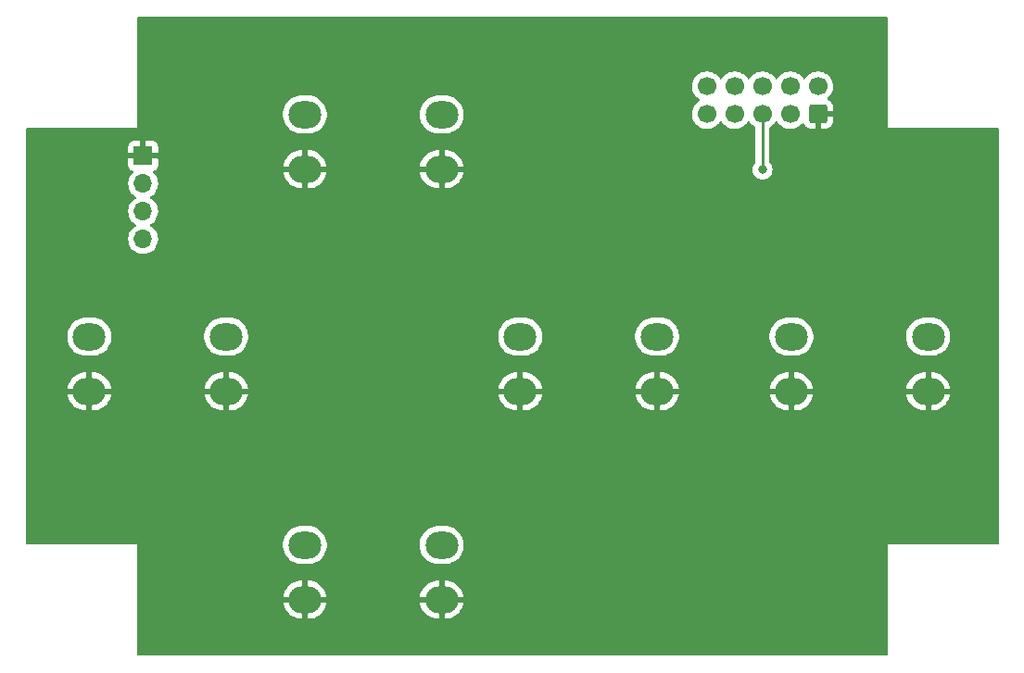
<source format=gbr>
%TF.GenerationSoftware,KiCad,Pcbnew,(6.0.1)*%
%TF.CreationDate,2022-02-12T14:12:32-06:00*%
%TF.ProjectId,sawsetter_buttons,73617773-6574-4746-9572-5f627574746f,rev?*%
%TF.SameCoordinates,Original*%
%TF.FileFunction,Copper,L2,Bot*%
%TF.FilePolarity,Positive*%
%FSLAX46Y46*%
G04 Gerber Fmt 4.6, Leading zero omitted, Abs format (unit mm)*
G04 Created by KiCad (PCBNEW (6.0.1)) date 2022-02-12 14:12:32*
%MOMM*%
%LPD*%
G01*
G04 APERTURE LIST*
G04 Aperture macros list*
%AMRoundRect*
0 Rectangle with rounded corners*
0 $1 Rounding radius*
0 $2 $3 $4 $5 $6 $7 $8 $9 X,Y pos of 4 corners*
0 Add a 4 corners polygon primitive as box body*
4,1,4,$2,$3,$4,$5,$6,$7,$8,$9,$2,$3,0*
0 Add four circle primitives for the rounded corners*
1,1,$1+$1,$2,$3*
1,1,$1+$1,$4,$5*
1,1,$1+$1,$6,$7*
1,1,$1+$1,$8,$9*
0 Add four rect primitives between the rounded corners*
20,1,$1+$1,$2,$3,$4,$5,0*
20,1,$1+$1,$4,$5,$6,$7,0*
20,1,$1+$1,$6,$7,$8,$9,0*
20,1,$1+$1,$8,$9,$2,$3,0*%
G04 Aperture macros list end*
%TA.AperFunction,ComponentPad*%
%ADD10O,3.000000X2.500000*%
%TD*%
%TA.AperFunction,ComponentPad*%
%ADD11RoundRect,0.250000X0.600000X-0.600000X0.600000X0.600000X-0.600000X0.600000X-0.600000X-0.600000X0*%
%TD*%
%TA.AperFunction,ComponentPad*%
%ADD12C,1.700000*%
%TD*%
%TA.AperFunction,ComponentPad*%
%ADD13R,1.700000X1.700000*%
%TD*%
%TA.AperFunction,ComponentPad*%
%ADD14O,1.700000X1.700000*%
%TD*%
%TA.AperFunction,ViaPad*%
%ADD15C,0.800000*%
%TD*%
%TA.AperFunction,Conductor*%
%ADD16C,0.250000*%
%TD*%
G04 APERTURE END LIST*
D10*
%TO.P,SW2,1,1*%
%TO.N,/GO*%
X185520000Y-111800000D03*
X198020000Y-111800000D03*
%TO.P,SW2,2,2*%
%TO.N,GND*%
X185520000Y-116800000D03*
X198020000Y-116800000D03*
%TD*%
%TO.P,SW3,1,1*%
%TO.N,/LEFT*%
X121385000Y-111800000D03*
X133885000Y-111800000D03*
%TO.P,SW3,2,2*%
%TO.N,GND*%
X121385000Y-116800000D03*
X133885000Y-116800000D03*
%TD*%
%TO.P,SW1,1,1*%
%TO.N,/RIGHT*%
X160755000Y-111800000D03*
X173255000Y-111800000D03*
%TO.P,SW1,2,2*%
%TO.N,GND*%
X160755000Y-116800000D03*
X173255000Y-116800000D03*
%TD*%
%TO.P,SW4,1,1*%
%TO.N,/UP*%
X141070000Y-91480000D03*
X153570000Y-91480000D03*
%TO.P,SW4,2,2*%
%TO.N,GND*%
X141070000Y-96480000D03*
X153570000Y-96480000D03*
%TD*%
%TO.P,SW5,1,1*%
%TO.N,/DOWN*%
X153570000Y-130850000D03*
X141070000Y-130850000D03*
%TO.P,SW5,2,2*%
%TO.N,GND*%
X153570000Y-135850000D03*
X141070000Y-135850000D03*
%TD*%
D11*
%TO.P,J1,1,Pin_1*%
%TO.N,GND*%
X187960000Y-91440000D03*
D12*
%TO.P,J1,2,Pin_2*%
%TO.N,+5V*%
X187960000Y-88900000D03*
%TO.P,J1,3,Pin_3*%
%TO.N,/SCL*%
X185420000Y-91440000D03*
%TO.P,J1,4,Pin_4*%
%TO.N,/SDA*%
X185420000Y-88900000D03*
%TO.P,J1,5,Pin_5*%
%TO.N,/RIGHT*%
X182880000Y-91440000D03*
%TO.P,J1,6,Pin_6*%
%TO.N,/UP*%
X182880000Y-88900000D03*
%TO.P,J1,7,Pin_7*%
%TO.N,/GO*%
X180340000Y-91440000D03*
%TO.P,J1,8,Pin_8*%
%TO.N,/DOWN*%
X180340000Y-88900000D03*
%TO.P,J1,9,Pin_9*%
%TO.N,/LEFT*%
X177800000Y-91440000D03*
%TO.P,J1,10,Pin_10*%
%TO.N,unconnected-(J1-Pad10)*%
X177800000Y-88900000D03*
%TD*%
D13*
%TO.P,J2,1,Pin_1*%
%TO.N,GND*%
X126295000Y-95260000D03*
D14*
%TO.P,J2,2,Pin_2*%
%TO.N,+5V*%
X126295000Y-97800000D03*
%TO.P,J2,3,Pin_3*%
%TO.N,/SDA*%
X126295000Y-100340000D03*
%TO.P,J2,4,Pin_4*%
%TO.N,/SCL*%
X126295000Y-102880000D03*
%TD*%
D15*
%TO.N,/RIGHT*%
X182880000Y-96520000D03*
%TD*%
D16*
%TO.N,/RIGHT*%
X182880000Y-96520000D02*
X182880000Y-91440000D01*
%TD*%
%TA.AperFunction,Conductor*%
%TO.N,GND*%
G36*
X194252121Y-82570002D02*
G01*
X194298614Y-82623658D01*
X194310000Y-82676000D01*
X194310000Y-92710000D01*
X204344000Y-92710000D01*
X204412121Y-92730002D01*
X204458614Y-92783658D01*
X204470000Y-92836000D01*
X204470000Y-130684000D01*
X204449998Y-130752121D01*
X204396342Y-130798614D01*
X204344000Y-130810000D01*
X194310000Y-130810000D01*
X194310000Y-140844000D01*
X194289998Y-140912121D01*
X194236342Y-140958614D01*
X194184000Y-140970000D01*
X125856000Y-140970000D01*
X125787879Y-140949998D01*
X125741386Y-140896342D01*
X125730000Y-140844000D01*
X125730000Y-136121710D01*
X139082689Y-136121710D01*
X139094964Y-136211904D01*
X139096902Y-136221022D01*
X139167404Y-136462902D01*
X139170667Y-136471633D01*
X139276151Y-136700442D01*
X139280670Y-136708594D01*
X139418808Y-136919291D01*
X139424491Y-136926696D01*
X139592249Y-137114654D01*
X139598965Y-137121139D01*
X139792666Y-137282239D01*
X139800258Y-137287654D01*
X140015646Y-137418354D01*
X140023963Y-137422592D01*
X140256299Y-137520019D01*
X140265149Y-137522980D01*
X140509331Y-137584994D01*
X140518528Y-137586616D01*
X140727753Y-137607684D01*
X140734045Y-137608000D01*
X140797885Y-137608000D01*
X140813124Y-137603525D01*
X140814329Y-137602135D01*
X140816000Y-137594452D01*
X140816000Y-137589885D01*
X141324000Y-137589885D01*
X141328475Y-137605124D01*
X141329865Y-137606329D01*
X141337548Y-137608000D01*
X141383998Y-137608000D01*
X141388673Y-137607827D01*
X141575926Y-137593912D01*
X141585132Y-137592536D01*
X141830874Y-137536929D01*
X141839785Y-137534205D01*
X142074608Y-137442888D01*
X142083017Y-137438877D01*
X142301760Y-137313854D01*
X142309486Y-137308643D01*
X142507350Y-137152659D01*
X142514218Y-137146366D01*
X142686848Y-136962856D01*
X142692722Y-136955602D01*
X142836327Y-136748597D01*
X142841060Y-136740562D01*
X142952495Y-136514593D01*
X142955983Y-136505960D01*
X143032793Y-136266006D01*
X143034973Y-136256924D01*
X143056967Y-136121880D01*
X143056946Y-136121710D01*
X151582689Y-136121710D01*
X151594964Y-136211904D01*
X151596902Y-136221022D01*
X151667404Y-136462902D01*
X151670667Y-136471633D01*
X151776151Y-136700442D01*
X151780670Y-136708594D01*
X151918808Y-136919291D01*
X151924491Y-136926696D01*
X152092249Y-137114654D01*
X152098965Y-137121139D01*
X152292666Y-137282239D01*
X152300258Y-137287654D01*
X152515646Y-137418354D01*
X152523963Y-137422592D01*
X152756299Y-137520019D01*
X152765149Y-137522980D01*
X153009331Y-137584994D01*
X153018528Y-137586616D01*
X153227753Y-137607684D01*
X153234045Y-137608000D01*
X153297885Y-137608000D01*
X153313124Y-137603525D01*
X153314329Y-137602135D01*
X153316000Y-137594452D01*
X153316000Y-137589885D01*
X153824000Y-137589885D01*
X153828475Y-137605124D01*
X153829865Y-137606329D01*
X153837548Y-137608000D01*
X153883998Y-137608000D01*
X153888673Y-137607827D01*
X154075926Y-137593912D01*
X154085132Y-137592536D01*
X154330874Y-137536929D01*
X154339785Y-137534205D01*
X154574608Y-137442888D01*
X154583017Y-137438877D01*
X154801760Y-137313854D01*
X154809486Y-137308643D01*
X155007350Y-137152659D01*
X155014218Y-137146366D01*
X155186848Y-136962856D01*
X155192722Y-136955602D01*
X155336327Y-136748597D01*
X155341060Y-136740562D01*
X155452495Y-136514593D01*
X155455983Y-136505960D01*
X155532793Y-136266006D01*
X155534973Y-136256924D01*
X155556967Y-136121880D01*
X155555271Y-136108286D01*
X155541161Y-136104000D01*
X153842115Y-136104000D01*
X153826876Y-136108475D01*
X153825671Y-136109865D01*
X153824000Y-136117548D01*
X153824000Y-137589885D01*
X153316000Y-137589885D01*
X153316000Y-136122115D01*
X153311525Y-136106876D01*
X153310135Y-136105671D01*
X153302452Y-136104000D01*
X151598394Y-136104000D01*
X151584710Y-136108018D01*
X151582689Y-136121710D01*
X143056946Y-136121710D01*
X143055271Y-136108286D01*
X143041161Y-136104000D01*
X141342115Y-136104000D01*
X141326876Y-136108475D01*
X141325671Y-136109865D01*
X141324000Y-136117548D01*
X141324000Y-137589885D01*
X140816000Y-137589885D01*
X140816000Y-136122115D01*
X140811525Y-136106876D01*
X140810135Y-136105671D01*
X140802452Y-136104000D01*
X139098394Y-136104000D01*
X139084710Y-136108018D01*
X139082689Y-136121710D01*
X125730000Y-136121710D01*
X125730000Y-135578120D01*
X139083033Y-135578120D01*
X139084729Y-135591714D01*
X139098839Y-135596000D01*
X140797885Y-135596000D01*
X140813124Y-135591525D01*
X140814329Y-135590135D01*
X140816000Y-135582452D01*
X140816000Y-135577885D01*
X141324000Y-135577885D01*
X141328475Y-135593124D01*
X141329865Y-135594329D01*
X141337548Y-135596000D01*
X143041606Y-135596000D01*
X143055290Y-135591982D01*
X143057311Y-135578290D01*
X143057288Y-135578120D01*
X151583033Y-135578120D01*
X151584729Y-135591714D01*
X151598839Y-135596000D01*
X153297885Y-135596000D01*
X153313124Y-135591525D01*
X153314329Y-135590135D01*
X153316000Y-135582452D01*
X153316000Y-135577885D01*
X153824000Y-135577885D01*
X153828475Y-135593124D01*
X153829865Y-135594329D01*
X153837548Y-135596000D01*
X155541606Y-135596000D01*
X155555290Y-135591982D01*
X155557311Y-135578290D01*
X155545036Y-135488096D01*
X155543098Y-135478978D01*
X155472596Y-135237098D01*
X155469333Y-135228367D01*
X155363849Y-134999558D01*
X155359330Y-134991406D01*
X155221192Y-134780709D01*
X155215509Y-134773304D01*
X155047751Y-134585346D01*
X155041035Y-134578861D01*
X154847334Y-134417761D01*
X154839742Y-134412346D01*
X154624354Y-134281646D01*
X154616037Y-134277408D01*
X154383701Y-134179981D01*
X154374851Y-134177020D01*
X154130669Y-134115006D01*
X154121472Y-134113384D01*
X153912247Y-134092316D01*
X153905955Y-134092000D01*
X153842115Y-134092000D01*
X153826876Y-134096475D01*
X153825671Y-134097865D01*
X153824000Y-134105548D01*
X153824000Y-135577885D01*
X153316000Y-135577885D01*
X153316000Y-134110115D01*
X153311525Y-134094876D01*
X153310135Y-134093671D01*
X153302452Y-134092000D01*
X153256002Y-134092000D01*
X153251327Y-134092173D01*
X153064074Y-134106088D01*
X153054868Y-134107464D01*
X152809126Y-134163071D01*
X152800215Y-134165795D01*
X152565392Y-134257112D01*
X152556983Y-134261123D01*
X152338240Y-134386146D01*
X152330514Y-134391357D01*
X152132650Y-134547341D01*
X152125782Y-134553634D01*
X151953152Y-134737144D01*
X151947278Y-134744398D01*
X151803673Y-134951403D01*
X151798940Y-134959438D01*
X151687505Y-135185407D01*
X151684017Y-135194040D01*
X151607207Y-135433994D01*
X151605027Y-135443076D01*
X151583033Y-135578120D01*
X143057288Y-135578120D01*
X143045036Y-135488096D01*
X143043098Y-135478978D01*
X142972596Y-135237098D01*
X142969333Y-135228367D01*
X142863849Y-134999558D01*
X142859330Y-134991406D01*
X142721192Y-134780709D01*
X142715509Y-134773304D01*
X142547751Y-134585346D01*
X142541035Y-134578861D01*
X142347334Y-134417761D01*
X142339742Y-134412346D01*
X142124354Y-134281646D01*
X142116037Y-134277408D01*
X141883701Y-134179981D01*
X141874851Y-134177020D01*
X141630669Y-134115006D01*
X141621472Y-134113384D01*
X141412247Y-134092316D01*
X141405955Y-134092000D01*
X141342115Y-134092000D01*
X141326876Y-134096475D01*
X141325671Y-134097865D01*
X141324000Y-134105548D01*
X141324000Y-135577885D01*
X140816000Y-135577885D01*
X140816000Y-134110115D01*
X140811525Y-134094876D01*
X140810135Y-134093671D01*
X140802452Y-134092000D01*
X140756002Y-134092000D01*
X140751327Y-134092173D01*
X140564074Y-134106088D01*
X140554868Y-134107464D01*
X140309126Y-134163071D01*
X140300215Y-134165795D01*
X140065392Y-134257112D01*
X140056983Y-134261123D01*
X139838240Y-134386146D01*
X139830514Y-134391357D01*
X139632650Y-134547341D01*
X139625782Y-134553634D01*
X139453152Y-134737144D01*
X139447278Y-134744398D01*
X139303673Y-134951403D01*
X139298940Y-134959438D01*
X139187505Y-135185407D01*
X139184017Y-135194040D01*
X139107207Y-135433994D01*
X139105027Y-135443076D01*
X139083033Y-135578120D01*
X125730000Y-135578120D01*
X125730000Y-130957655D01*
X139059858Y-130957655D01*
X139095104Y-131216638D01*
X139096412Y-131221124D01*
X139096412Y-131221126D01*
X139116098Y-131288664D01*
X139168243Y-131467567D01*
X139277668Y-131704928D01*
X139280231Y-131708837D01*
X139418410Y-131919596D01*
X139418414Y-131919601D01*
X139420976Y-131923509D01*
X139595018Y-132118506D01*
X139795970Y-132285637D01*
X139799973Y-132288066D01*
X140015422Y-132418804D01*
X140015426Y-132418806D01*
X140019419Y-132421229D01*
X140260455Y-132522303D01*
X140513783Y-132586641D01*
X140518434Y-132587109D01*
X140518438Y-132587110D01*
X140711308Y-132606531D01*
X140730867Y-132608500D01*
X141386354Y-132608500D01*
X141388679Y-132608327D01*
X141388685Y-132608327D01*
X141576000Y-132594407D01*
X141576004Y-132594406D01*
X141580652Y-132594061D01*
X141585200Y-132593032D01*
X141585206Y-132593031D01*
X141771601Y-132550853D01*
X141835577Y-132536377D01*
X141871769Y-132522303D01*
X142074824Y-132443340D01*
X142074827Y-132443339D01*
X142079177Y-132441647D01*
X142306098Y-132311951D01*
X142511357Y-132150138D01*
X142690443Y-131959763D01*
X142839424Y-131745009D01*
X142955025Y-131510593D01*
X143034707Y-131261665D01*
X143076721Y-131003693D01*
X143077324Y-130957655D01*
X151559858Y-130957655D01*
X151595104Y-131216638D01*
X151596412Y-131221124D01*
X151596412Y-131221126D01*
X151616098Y-131288664D01*
X151668243Y-131467567D01*
X151777668Y-131704928D01*
X151780231Y-131708837D01*
X151918410Y-131919596D01*
X151918414Y-131919601D01*
X151920976Y-131923509D01*
X152095018Y-132118506D01*
X152295970Y-132285637D01*
X152299973Y-132288066D01*
X152515422Y-132418804D01*
X152515426Y-132418806D01*
X152519419Y-132421229D01*
X152760455Y-132522303D01*
X153013783Y-132586641D01*
X153018434Y-132587109D01*
X153018438Y-132587110D01*
X153211308Y-132606531D01*
X153230867Y-132608500D01*
X153886354Y-132608500D01*
X153888679Y-132608327D01*
X153888685Y-132608327D01*
X154076000Y-132594407D01*
X154076004Y-132594406D01*
X154080652Y-132594061D01*
X154085200Y-132593032D01*
X154085206Y-132593031D01*
X154271601Y-132550853D01*
X154335577Y-132536377D01*
X154371769Y-132522303D01*
X154574824Y-132443340D01*
X154574827Y-132443339D01*
X154579177Y-132441647D01*
X154806098Y-132311951D01*
X155011357Y-132150138D01*
X155190443Y-131959763D01*
X155339424Y-131745009D01*
X155455025Y-131510593D01*
X155534707Y-131261665D01*
X155576721Y-131003693D01*
X155579235Y-130811671D01*
X155580081Y-130747022D01*
X155580081Y-130747019D01*
X155580142Y-130742345D01*
X155544896Y-130483362D01*
X155530473Y-130433877D01*
X155473068Y-130236932D01*
X155471757Y-130232433D01*
X155362332Y-129995072D01*
X155329519Y-129945024D01*
X155221590Y-129780404D01*
X155221586Y-129780399D01*
X155219024Y-129776491D01*
X155044982Y-129581494D01*
X154844030Y-129414363D01*
X154796844Y-129385730D01*
X154624578Y-129281196D01*
X154624574Y-129281194D01*
X154620581Y-129278771D01*
X154379545Y-129177697D01*
X154126217Y-129113359D01*
X154121566Y-129112891D01*
X154121562Y-129112890D01*
X153912271Y-129091816D01*
X153909133Y-129091500D01*
X153253646Y-129091500D01*
X153251321Y-129091673D01*
X153251315Y-129091673D01*
X153064000Y-129105593D01*
X153063996Y-129105594D01*
X153059348Y-129105939D01*
X153054800Y-129106968D01*
X153054794Y-129106969D01*
X152868399Y-129149147D01*
X152804423Y-129163623D01*
X152800071Y-129165315D01*
X152800069Y-129165316D01*
X152565176Y-129256660D01*
X152565173Y-129256661D01*
X152560823Y-129258353D01*
X152333902Y-129388049D01*
X152128643Y-129549862D01*
X151949557Y-129740237D01*
X151800576Y-129954991D01*
X151684975Y-130189407D01*
X151605293Y-130438335D01*
X151563279Y-130696307D01*
X151559858Y-130957655D01*
X143077324Y-130957655D01*
X143079235Y-130811671D01*
X143080081Y-130747022D01*
X143080081Y-130747019D01*
X143080142Y-130742345D01*
X143044896Y-130483362D01*
X143030473Y-130433877D01*
X142973068Y-130236932D01*
X142971757Y-130232433D01*
X142862332Y-129995072D01*
X142829519Y-129945024D01*
X142721590Y-129780404D01*
X142721586Y-129780399D01*
X142719024Y-129776491D01*
X142544982Y-129581494D01*
X142344030Y-129414363D01*
X142296844Y-129385730D01*
X142124578Y-129281196D01*
X142124574Y-129281194D01*
X142120581Y-129278771D01*
X141879545Y-129177697D01*
X141626217Y-129113359D01*
X141621566Y-129112891D01*
X141621562Y-129112890D01*
X141412271Y-129091816D01*
X141409133Y-129091500D01*
X140753646Y-129091500D01*
X140751321Y-129091673D01*
X140751315Y-129091673D01*
X140564000Y-129105593D01*
X140563996Y-129105594D01*
X140559348Y-129105939D01*
X140554800Y-129106968D01*
X140554794Y-129106969D01*
X140368399Y-129149147D01*
X140304423Y-129163623D01*
X140300071Y-129165315D01*
X140300069Y-129165316D01*
X140065176Y-129256660D01*
X140065173Y-129256661D01*
X140060823Y-129258353D01*
X139833902Y-129388049D01*
X139628643Y-129549862D01*
X139449557Y-129740237D01*
X139300576Y-129954991D01*
X139184975Y-130189407D01*
X139105293Y-130438335D01*
X139063279Y-130696307D01*
X139059858Y-130957655D01*
X125730000Y-130957655D01*
X125730000Y-130810000D01*
X115696000Y-130810000D01*
X115627879Y-130789998D01*
X115581386Y-130736342D01*
X115570000Y-130684000D01*
X115570000Y-117071710D01*
X119397689Y-117071710D01*
X119409964Y-117161904D01*
X119411902Y-117171022D01*
X119482404Y-117412902D01*
X119485667Y-117421633D01*
X119591151Y-117650442D01*
X119595670Y-117658594D01*
X119733808Y-117869291D01*
X119739491Y-117876696D01*
X119907249Y-118064654D01*
X119913965Y-118071139D01*
X120107666Y-118232239D01*
X120115258Y-118237654D01*
X120330646Y-118368354D01*
X120338963Y-118372592D01*
X120571299Y-118470019D01*
X120580149Y-118472980D01*
X120824331Y-118534994D01*
X120833528Y-118536616D01*
X121042753Y-118557684D01*
X121049045Y-118558000D01*
X121112885Y-118558000D01*
X121128124Y-118553525D01*
X121129329Y-118552135D01*
X121131000Y-118544452D01*
X121131000Y-118539885D01*
X121639000Y-118539885D01*
X121643475Y-118555124D01*
X121644865Y-118556329D01*
X121652548Y-118558000D01*
X121698998Y-118558000D01*
X121703673Y-118557827D01*
X121890926Y-118543912D01*
X121900132Y-118542536D01*
X122145874Y-118486929D01*
X122154785Y-118484205D01*
X122389608Y-118392888D01*
X122398017Y-118388877D01*
X122616760Y-118263854D01*
X122624486Y-118258643D01*
X122822350Y-118102659D01*
X122829218Y-118096366D01*
X123001848Y-117912856D01*
X123007722Y-117905602D01*
X123151327Y-117698597D01*
X123156060Y-117690562D01*
X123267495Y-117464593D01*
X123270983Y-117455960D01*
X123347793Y-117216006D01*
X123349973Y-117206924D01*
X123371967Y-117071880D01*
X123371946Y-117071710D01*
X131897689Y-117071710D01*
X131909964Y-117161904D01*
X131911902Y-117171022D01*
X131982404Y-117412902D01*
X131985667Y-117421633D01*
X132091151Y-117650442D01*
X132095670Y-117658594D01*
X132233808Y-117869291D01*
X132239491Y-117876696D01*
X132407249Y-118064654D01*
X132413965Y-118071139D01*
X132607666Y-118232239D01*
X132615258Y-118237654D01*
X132830646Y-118368354D01*
X132838963Y-118372592D01*
X133071299Y-118470019D01*
X133080149Y-118472980D01*
X133324331Y-118534994D01*
X133333528Y-118536616D01*
X133542753Y-118557684D01*
X133549045Y-118558000D01*
X133612885Y-118558000D01*
X133628124Y-118553525D01*
X133629329Y-118552135D01*
X133631000Y-118544452D01*
X133631000Y-118539885D01*
X134139000Y-118539885D01*
X134143475Y-118555124D01*
X134144865Y-118556329D01*
X134152548Y-118558000D01*
X134198998Y-118558000D01*
X134203673Y-118557827D01*
X134390926Y-118543912D01*
X134400132Y-118542536D01*
X134645874Y-118486929D01*
X134654785Y-118484205D01*
X134889608Y-118392888D01*
X134898017Y-118388877D01*
X135116760Y-118263854D01*
X135124486Y-118258643D01*
X135322350Y-118102659D01*
X135329218Y-118096366D01*
X135501848Y-117912856D01*
X135507722Y-117905602D01*
X135651327Y-117698597D01*
X135656060Y-117690562D01*
X135767495Y-117464593D01*
X135770983Y-117455960D01*
X135847793Y-117216006D01*
X135849973Y-117206924D01*
X135871967Y-117071880D01*
X135871946Y-117071710D01*
X158767689Y-117071710D01*
X158779964Y-117161904D01*
X158781902Y-117171022D01*
X158852404Y-117412902D01*
X158855667Y-117421633D01*
X158961151Y-117650442D01*
X158965670Y-117658594D01*
X159103808Y-117869291D01*
X159109491Y-117876696D01*
X159277249Y-118064654D01*
X159283965Y-118071139D01*
X159477666Y-118232239D01*
X159485258Y-118237654D01*
X159700646Y-118368354D01*
X159708963Y-118372592D01*
X159941299Y-118470019D01*
X159950149Y-118472980D01*
X160194331Y-118534994D01*
X160203528Y-118536616D01*
X160412753Y-118557684D01*
X160419045Y-118558000D01*
X160482885Y-118558000D01*
X160498124Y-118553525D01*
X160499329Y-118552135D01*
X160501000Y-118544452D01*
X160501000Y-118539885D01*
X161009000Y-118539885D01*
X161013475Y-118555124D01*
X161014865Y-118556329D01*
X161022548Y-118558000D01*
X161068998Y-118558000D01*
X161073673Y-118557827D01*
X161260926Y-118543912D01*
X161270132Y-118542536D01*
X161515874Y-118486929D01*
X161524785Y-118484205D01*
X161759608Y-118392888D01*
X161768017Y-118388877D01*
X161986760Y-118263854D01*
X161994486Y-118258643D01*
X162192350Y-118102659D01*
X162199218Y-118096366D01*
X162371848Y-117912856D01*
X162377722Y-117905602D01*
X162521327Y-117698597D01*
X162526060Y-117690562D01*
X162637495Y-117464593D01*
X162640983Y-117455960D01*
X162717793Y-117216006D01*
X162719973Y-117206924D01*
X162741967Y-117071880D01*
X162741946Y-117071710D01*
X171267689Y-117071710D01*
X171279964Y-117161904D01*
X171281902Y-117171022D01*
X171352404Y-117412902D01*
X171355667Y-117421633D01*
X171461151Y-117650442D01*
X171465670Y-117658594D01*
X171603808Y-117869291D01*
X171609491Y-117876696D01*
X171777249Y-118064654D01*
X171783965Y-118071139D01*
X171977666Y-118232239D01*
X171985258Y-118237654D01*
X172200646Y-118368354D01*
X172208963Y-118372592D01*
X172441299Y-118470019D01*
X172450149Y-118472980D01*
X172694331Y-118534994D01*
X172703528Y-118536616D01*
X172912753Y-118557684D01*
X172919045Y-118558000D01*
X172982885Y-118558000D01*
X172998124Y-118553525D01*
X172999329Y-118552135D01*
X173001000Y-118544452D01*
X173001000Y-118539885D01*
X173509000Y-118539885D01*
X173513475Y-118555124D01*
X173514865Y-118556329D01*
X173522548Y-118558000D01*
X173568998Y-118558000D01*
X173573673Y-118557827D01*
X173760926Y-118543912D01*
X173770132Y-118542536D01*
X174015874Y-118486929D01*
X174024785Y-118484205D01*
X174259608Y-118392888D01*
X174268017Y-118388877D01*
X174486760Y-118263854D01*
X174494486Y-118258643D01*
X174692350Y-118102659D01*
X174699218Y-118096366D01*
X174871848Y-117912856D01*
X174877722Y-117905602D01*
X175021327Y-117698597D01*
X175026060Y-117690562D01*
X175137495Y-117464593D01*
X175140983Y-117455960D01*
X175217793Y-117216006D01*
X175219973Y-117206924D01*
X175241967Y-117071880D01*
X175241946Y-117071710D01*
X183532689Y-117071710D01*
X183544964Y-117161904D01*
X183546902Y-117171022D01*
X183617404Y-117412902D01*
X183620667Y-117421633D01*
X183726151Y-117650442D01*
X183730670Y-117658594D01*
X183868808Y-117869291D01*
X183874491Y-117876696D01*
X184042249Y-118064654D01*
X184048965Y-118071139D01*
X184242666Y-118232239D01*
X184250258Y-118237654D01*
X184465646Y-118368354D01*
X184473963Y-118372592D01*
X184706299Y-118470019D01*
X184715149Y-118472980D01*
X184959331Y-118534994D01*
X184968528Y-118536616D01*
X185177753Y-118557684D01*
X185184045Y-118558000D01*
X185247885Y-118558000D01*
X185263124Y-118553525D01*
X185264329Y-118552135D01*
X185266000Y-118544452D01*
X185266000Y-118539885D01*
X185774000Y-118539885D01*
X185778475Y-118555124D01*
X185779865Y-118556329D01*
X185787548Y-118558000D01*
X185833998Y-118558000D01*
X185838673Y-118557827D01*
X186025926Y-118543912D01*
X186035132Y-118542536D01*
X186280874Y-118486929D01*
X186289785Y-118484205D01*
X186524608Y-118392888D01*
X186533017Y-118388877D01*
X186751760Y-118263854D01*
X186759486Y-118258643D01*
X186957350Y-118102659D01*
X186964218Y-118096366D01*
X187136848Y-117912856D01*
X187142722Y-117905602D01*
X187286327Y-117698597D01*
X187291060Y-117690562D01*
X187402495Y-117464593D01*
X187405983Y-117455960D01*
X187482793Y-117216006D01*
X187484973Y-117206924D01*
X187506967Y-117071880D01*
X187506946Y-117071710D01*
X196032689Y-117071710D01*
X196044964Y-117161904D01*
X196046902Y-117171022D01*
X196117404Y-117412902D01*
X196120667Y-117421633D01*
X196226151Y-117650442D01*
X196230670Y-117658594D01*
X196368808Y-117869291D01*
X196374491Y-117876696D01*
X196542249Y-118064654D01*
X196548965Y-118071139D01*
X196742666Y-118232239D01*
X196750258Y-118237654D01*
X196965646Y-118368354D01*
X196973963Y-118372592D01*
X197206299Y-118470019D01*
X197215149Y-118472980D01*
X197459331Y-118534994D01*
X197468528Y-118536616D01*
X197677753Y-118557684D01*
X197684045Y-118558000D01*
X197747885Y-118558000D01*
X197763124Y-118553525D01*
X197764329Y-118552135D01*
X197766000Y-118544452D01*
X197766000Y-118539885D01*
X198274000Y-118539885D01*
X198278475Y-118555124D01*
X198279865Y-118556329D01*
X198287548Y-118558000D01*
X198333998Y-118558000D01*
X198338673Y-118557827D01*
X198525926Y-118543912D01*
X198535132Y-118542536D01*
X198780874Y-118486929D01*
X198789785Y-118484205D01*
X199024608Y-118392888D01*
X199033017Y-118388877D01*
X199251760Y-118263854D01*
X199259486Y-118258643D01*
X199457350Y-118102659D01*
X199464218Y-118096366D01*
X199636848Y-117912856D01*
X199642722Y-117905602D01*
X199786327Y-117698597D01*
X199791060Y-117690562D01*
X199902495Y-117464593D01*
X199905983Y-117455960D01*
X199982793Y-117216006D01*
X199984973Y-117206924D01*
X200006967Y-117071880D01*
X200005271Y-117058286D01*
X199991161Y-117054000D01*
X198292115Y-117054000D01*
X198276876Y-117058475D01*
X198275671Y-117059865D01*
X198274000Y-117067548D01*
X198274000Y-118539885D01*
X197766000Y-118539885D01*
X197766000Y-117072115D01*
X197761525Y-117056876D01*
X197760135Y-117055671D01*
X197752452Y-117054000D01*
X196048394Y-117054000D01*
X196034710Y-117058018D01*
X196032689Y-117071710D01*
X187506946Y-117071710D01*
X187505271Y-117058286D01*
X187491161Y-117054000D01*
X185792115Y-117054000D01*
X185776876Y-117058475D01*
X185775671Y-117059865D01*
X185774000Y-117067548D01*
X185774000Y-118539885D01*
X185266000Y-118539885D01*
X185266000Y-117072115D01*
X185261525Y-117056876D01*
X185260135Y-117055671D01*
X185252452Y-117054000D01*
X183548394Y-117054000D01*
X183534710Y-117058018D01*
X183532689Y-117071710D01*
X175241946Y-117071710D01*
X175240271Y-117058286D01*
X175226161Y-117054000D01*
X173527115Y-117054000D01*
X173511876Y-117058475D01*
X173510671Y-117059865D01*
X173509000Y-117067548D01*
X173509000Y-118539885D01*
X173001000Y-118539885D01*
X173001000Y-117072115D01*
X172996525Y-117056876D01*
X172995135Y-117055671D01*
X172987452Y-117054000D01*
X171283394Y-117054000D01*
X171269710Y-117058018D01*
X171267689Y-117071710D01*
X162741946Y-117071710D01*
X162740271Y-117058286D01*
X162726161Y-117054000D01*
X161027115Y-117054000D01*
X161011876Y-117058475D01*
X161010671Y-117059865D01*
X161009000Y-117067548D01*
X161009000Y-118539885D01*
X160501000Y-118539885D01*
X160501000Y-117072115D01*
X160496525Y-117056876D01*
X160495135Y-117055671D01*
X160487452Y-117054000D01*
X158783394Y-117054000D01*
X158769710Y-117058018D01*
X158767689Y-117071710D01*
X135871946Y-117071710D01*
X135870271Y-117058286D01*
X135856161Y-117054000D01*
X134157115Y-117054000D01*
X134141876Y-117058475D01*
X134140671Y-117059865D01*
X134139000Y-117067548D01*
X134139000Y-118539885D01*
X133631000Y-118539885D01*
X133631000Y-117072115D01*
X133626525Y-117056876D01*
X133625135Y-117055671D01*
X133617452Y-117054000D01*
X131913394Y-117054000D01*
X131899710Y-117058018D01*
X131897689Y-117071710D01*
X123371946Y-117071710D01*
X123370271Y-117058286D01*
X123356161Y-117054000D01*
X121657115Y-117054000D01*
X121641876Y-117058475D01*
X121640671Y-117059865D01*
X121639000Y-117067548D01*
X121639000Y-118539885D01*
X121131000Y-118539885D01*
X121131000Y-117072115D01*
X121126525Y-117056876D01*
X121125135Y-117055671D01*
X121117452Y-117054000D01*
X119413394Y-117054000D01*
X119399710Y-117058018D01*
X119397689Y-117071710D01*
X115570000Y-117071710D01*
X115570000Y-116528120D01*
X119398033Y-116528120D01*
X119399729Y-116541714D01*
X119413839Y-116546000D01*
X121112885Y-116546000D01*
X121128124Y-116541525D01*
X121129329Y-116540135D01*
X121131000Y-116532452D01*
X121131000Y-116527885D01*
X121639000Y-116527885D01*
X121643475Y-116543124D01*
X121644865Y-116544329D01*
X121652548Y-116546000D01*
X123356606Y-116546000D01*
X123370290Y-116541982D01*
X123372311Y-116528290D01*
X123372288Y-116528120D01*
X131898033Y-116528120D01*
X131899729Y-116541714D01*
X131913839Y-116546000D01*
X133612885Y-116546000D01*
X133628124Y-116541525D01*
X133629329Y-116540135D01*
X133631000Y-116532452D01*
X133631000Y-116527885D01*
X134139000Y-116527885D01*
X134143475Y-116543124D01*
X134144865Y-116544329D01*
X134152548Y-116546000D01*
X135856606Y-116546000D01*
X135870290Y-116541982D01*
X135872311Y-116528290D01*
X135872288Y-116528120D01*
X158768033Y-116528120D01*
X158769729Y-116541714D01*
X158783839Y-116546000D01*
X160482885Y-116546000D01*
X160498124Y-116541525D01*
X160499329Y-116540135D01*
X160501000Y-116532452D01*
X160501000Y-116527885D01*
X161009000Y-116527885D01*
X161013475Y-116543124D01*
X161014865Y-116544329D01*
X161022548Y-116546000D01*
X162726606Y-116546000D01*
X162740290Y-116541982D01*
X162742311Y-116528290D01*
X162742288Y-116528120D01*
X171268033Y-116528120D01*
X171269729Y-116541714D01*
X171283839Y-116546000D01*
X172982885Y-116546000D01*
X172998124Y-116541525D01*
X172999329Y-116540135D01*
X173001000Y-116532452D01*
X173001000Y-116527885D01*
X173509000Y-116527885D01*
X173513475Y-116543124D01*
X173514865Y-116544329D01*
X173522548Y-116546000D01*
X175226606Y-116546000D01*
X175240290Y-116541982D01*
X175242311Y-116528290D01*
X175242288Y-116528120D01*
X183533033Y-116528120D01*
X183534729Y-116541714D01*
X183548839Y-116546000D01*
X185247885Y-116546000D01*
X185263124Y-116541525D01*
X185264329Y-116540135D01*
X185266000Y-116532452D01*
X185266000Y-116527885D01*
X185774000Y-116527885D01*
X185778475Y-116543124D01*
X185779865Y-116544329D01*
X185787548Y-116546000D01*
X187491606Y-116546000D01*
X187505290Y-116541982D01*
X187507311Y-116528290D01*
X187507288Y-116528120D01*
X196033033Y-116528120D01*
X196034729Y-116541714D01*
X196048839Y-116546000D01*
X197747885Y-116546000D01*
X197763124Y-116541525D01*
X197764329Y-116540135D01*
X197766000Y-116532452D01*
X197766000Y-116527885D01*
X198274000Y-116527885D01*
X198278475Y-116543124D01*
X198279865Y-116544329D01*
X198287548Y-116546000D01*
X199991606Y-116546000D01*
X200005290Y-116541982D01*
X200007311Y-116528290D01*
X199995036Y-116438096D01*
X199993098Y-116428978D01*
X199922596Y-116187098D01*
X199919333Y-116178367D01*
X199813849Y-115949558D01*
X199809330Y-115941406D01*
X199671192Y-115730709D01*
X199665509Y-115723304D01*
X199497751Y-115535346D01*
X199491035Y-115528861D01*
X199297334Y-115367761D01*
X199289742Y-115362346D01*
X199074354Y-115231646D01*
X199066037Y-115227408D01*
X198833701Y-115129981D01*
X198824851Y-115127020D01*
X198580669Y-115065006D01*
X198571472Y-115063384D01*
X198362247Y-115042316D01*
X198355955Y-115042000D01*
X198292115Y-115042000D01*
X198276876Y-115046475D01*
X198275671Y-115047865D01*
X198274000Y-115055548D01*
X198274000Y-116527885D01*
X197766000Y-116527885D01*
X197766000Y-115060115D01*
X197761525Y-115044876D01*
X197760135Y-115043671D01*
X197752452Y-115042000D01*
X197706002Y-115042000D01*
X197701327Y-115042173D01*
X197514074Y-115056088D01*
X197504868Y-115057464D01*
X197259126Y-115113071D01*
X197250215Y-115115795D01*
X197015392Y-115207112D01*
X197006983Y-115211123D01*
X196788240Y-115336146D01*
X196780514Y-115341357D01*
X196582650Y-115497341D01*
X196575782Y-115503634D01*
X196403152Y-115687144D01*
X196397278Y-115694398D01*
X196253673Y-115901403D01*
X196248940Y-115909438D01*
X196137505Y-116135407D01*
X196134017Y-116144040D01*
X196057207Y-116383994D01*
X196055027Y-116393076D01*
X196033033Y-116528120D01*
X187507288Y-116528120D01*
X187495036Y-116438096D01*
X187493098Y-116428978D01*
X187422596Y-116187098D01*
X187419333Y-116178367D01*
X187313849Y-115949558D01*
X187309330Y-115941406D01*
X187171192Y-115730709D01*
X187165509Y-115723304D01*
X186997751Y-115535346D01*
X186991035Y-115528861D01*
X186797334Y-115367761D01*
X186789742Y-115362346D01*
X186574354Y-115231646D01*
X186566037Y-115227408D01*
X186333701Y-115129981D01*
X186324851Y-115127020D01*
X186080669Y-115065006D01*
X186071472Y-115063384D01*
X185862247Y-115042316D01*
X185855955Y-115042000D01*
X185792115Y-115042000D01*
X185776876Y-115046475D01*
X185775671Y-115047865D01*
X185774000Y-115055548D01*
X185774000Y-116527885D01*
X185266000Y-116527885D01*
X185266000Y-115060115D01*
X185261525Y-115044876D01*
X185260135Y-115043671D01*
X185252452Y-115042000D01*
X185206002Y-115042000D01*
X185201327Y-115042173D01*
X185014074Y-115056088D01*
X185004868Y-115057464D01*
X184759126Y-115113071D01*
X184750215Y-115115795D01*
X184515392Y-115207112D01*
X184506983Y-115211123D01*
X184288240Y-115336146D01*
X184280514Y-115341357D01*
X184082650Y-115497341D01*
X184075782Y-115503634D01*
X183903152Y-115687144D01*
X183897278Y-115694398D01*
X183753673Y-115901403D01*
X183748940Y-115909438D01*
X183637505Y-116135407D01*
X183634017Y-116144040D01*
X183557207Y-116383994D01*
X183555027Y-116393076D01*
X183533033Y-116528120D01*
X175242288Y-116528120D01*
X175230036Y-116438096D01*
X175228098Y-116428978D01*
X175157596Y-116187098D01*
X175154333Y-116178367D01*
X175048849Y-115949558D01*
X175044330Y-115941406D01*
X174906192Y-115730709D01*
X174900509Y-115723304D01*
X174732751Y-115535346D01*
X174726035Y-115528861D01*
X174532334Y-115367761D01*
X174524742Y-115362346D01*
X174309354Y-115231646D01*
X174301037Y-115227408D01*
X174068701Y-115129981D01*
X174059851Y-115127020D01*
X173815669Y-115065006D01*
X173806472Y-115063384D01*
X173597247Y-115042316D01*
X173590955Y-115042000D01*
X173527115Y-115042000D01*
X173511876Y-115046475D01*
X173510671Y-115047865D01*
X173509000Y-115055548D01*
X173509000Y-116527885D01*
X173001000Y-116527885D01*
X173001000Y-115060115D01*
X172996525Y-115044876D01*
X172995135Y-115043671D01*
X172987452Y-115042000D01*
X172941002Y-115042000D01*
X172936327Y-115042173D01*
X172749074Y-115056088D01*
X172739868Y-115057464D01*
X172494126Y-115113071D01*
X172485215Y-115115795D01*
X172250392Y-115207112D01*
X172241983Y-115211123D01*
X172023240Y-115336146D01*
X172015514Y-115341357D01*
X171817650Y-115497341D01*
X171810782Y-115503634D01*
X171638152Y-115687144D01*
X171632278Y-115694398D01*
X171488673Y-115901403D01*
X171483940Y-115909438D01*
X171372505Y-116135407D01*
X171369017Y-116144040D01*
X171292207Y-116383994D01*
X171290027Y-116393076D01*
X171268033Y-116528120D01*
X162742288Y-116528120D01*
X162730036Y-116438096D01*
X162728098Y-116428978D01*
X162657596Y-116187098D01*
X162654333Y-116178367D01*
X162548849Y-115949558D01*
X162544330Y-115941406D01*
X162406192Y-115730709D01*
X162400509Y-115723304D01*
X162232751Y-115535346D01*
X162226035Y-115528861D01*
X162032334Y-115367761D01*
X162024742Y-115362346D01*
X161809354Y-115231646D01*
X161801037Y-115227408D01*
X161568701Y-115129981D01*
X161559851Y-115127020D01*
X161315669Y-115065006D01*
X161306472Y-115063384D01*
X161097247Y-115042316D01*
X161090955Y-115042000D01*
X161027115Y-115042000D01*
X161011876Y-115046475D01*
X161010671Y-115047865D01*
X161009000Y-115055548D01*
X161009000Y-116527885D01*
X160501000Y-116527885D01*
X160501000Y-115060115D01*
X160496525Y-115044876D01*
X160495135Y-115043671D01*
X160487452Y-115042000D01*
X160441002Y-115042000D01*
X160436327Y-115042173D01*
X160249074Y-115056088D01*
X160239868Y-115057464D01*
X159994126Y-115113071D01*
X159985215Y-115115795D01*
X159750392Y-115207112D01*
X159741983Y-115211123D01*
X159523240Y-115336146D01*
X159515514Y-115341357D01*
X159317650Y-115497341D01*
X159310782Y-115503634D01*
X159138152Y-115687144D01*
X159132278Y-115694398D01*
X158988673Y-115901403D01*
X158983940Y-115909438D01*
X158872505Y-116135407D01*
X158869017Y-116144040D01*
X158792207Y-116383994D01*
X158790027Y-116393076D01*
X158768033Y-116528120D01*
X135872288Y-116528120D01*
X135860036Y-116438096D01*
X135858098Y-116428978D01*
X135787596Y-116187098D01*
X135784333Y-116178367D01*
X135678849Y-115949558D01*
X135674330Y-115941406D01*
X135536192Y-115730709D01*
X135530509Y-115723304D01*
X135362751Y-115535346D01*
X135356035Y-115528861D01*
X135162334Y-115367761D01*
X135154742Y-115362346D01*
X134939354Y-115231646D01*
X134931037Y-115227408D01*
X134698701Y-115129981D01*
X134689851Y-115127020D01*
X134445669Y-115065006D01*
X134436472Y-115063384D01*
X134227247Y-115042316D01*
X134220955Y-115042000D01*
X134157115Y-115042000D01*
X134141876Y-115046475D01*
X134140671Y-115047865D01*
X134139000Y-115055548D01*
X134139000Y-116527885D01*
X133631000Y-116527885D01*
X133631000Y-115060115D01*
X133626525Y-115044876D01*
X133625135Y-115043671D01*
X133617452Y-115042000D01*
X133571002Y-115042000D01*
X133566327Y-115042173D01*
X133379074Y-115056088D01*
X133369868Y-115057464D01*
X133124126Y-115113071D01*
X133115215Y-115115795D01*
X132880392Y-115207112D01*
X132871983Y-115211123D01*
X132653240Y-115336146D01*
X132645514Y-115341357D01*
X132447650Y-115497341D01*
X132440782Y-115503634D01*
X132268152Y-115687144D01*
X132262278Y-115694398D01*
X132118673Y-115901403D01*
X132113940Y-115909438D01*
X132002505Y-116135407D01*
X131999017Y-116144040D01*
X131922207Y-116383994D01*
X131920027Y-116393076D01*
X131898033Y-116528120D01*
X123372288Y-116528120D01*
X123360036Y-116438096D01*
X123358098Y-116428978D01*
X123287596Y-116187098D01*
X123284333Y-116178367D01*
X123178849Y-115949558D01*
X123174330Y-115941406D01*
X123036192Y-115730709D01*
X123030509Y-115723304D01*
X122862751Y-115535346D01*
X122856035Y-115528861D01*
X122662334Y-115367761D01*
X122654742Y-115362346D01*
X122439354Y-115231646D01*
X122431037Y-115227408D01*
X122198701Y-115129981D01*
X122189851Y-115127020D01*
X121945669Y-115065006D01*
X121936472Y-115063384D01*
X121727247Y-115042316D01*
X121720955Y-115042000D01*
X121657115Y-115042000D01*
X121641876Y-115046475D01*
X121640671Y-115047865D01*
X121639000Y-115055548D01*
X121639000Y-116527885D01*
X121131000Y-116527885D01*
X121131000Y-115060115D01*
X121126525Y-115044876D01*
X121125135Y-115043671D01*
X121117452Y-115042000D01*
X121071002Y-115042000D01*
X121066327Y-115042173D01*
X120879074Y-115056088D01*
X120869868Y-115057464D01*
X120624126Y-115113071D01*
X120615215Y-115115795D01*
X120380392Y-115207112D01*
X120371983Y-115211123D01*
X120153240Y-115336146D01*
X120145514Y-115341357D01*
X119947650Y-115497341D01*
X119940782Y-115503634D01*
X119768152Y-115687144D01*
X119762278Y-115694398D01*
X119618673Y-115901403D01*
X119613940Y-115909438D01*
X119502505Y-116135407D01*
X119499017Y-116144040D01*
X119422207Y-116383994D01*
X119420027Y-116393076D01*
X119398033Y-116528120D01*
X115570000Y-116528120D01*
X115570000Y-111907655D01*
X119374858Y-111907655D01*
X119410104Y-112166638D01*
X119411412Y-112171124D01*
X119411412Y-112171126D01*
X119431098Y-112238664D01*
X119483243Y-112417567D01*
X119592668Y-112654928D01*
X119595231Y-112658837D01*
X119733410Y-112869596D01*
X119733414Y-112869601D01*
X119735976Y-112873509D01*
X119910018Y-113068506D01*
X120110970Y-113235637D01*
X120114973Y-113238066D01*
X120330422Y-113368804D01*
X120330426Y-113368806D01*
X120334419Y-113371229D01*
X120575455Y-113472303D01*
X120828783Y-113536641D01*
X120833434Y-113537109D01*
X120833438Y-113537110D01*
X121026308Y-113556531D01*
X121045867Y-113558500D01*
X121701354Y-113558500D01*
X121703679Y-113558327D01*
X121703685Y-113558327D01*
X121891000Y-113544407D01*
X121891004Y-113544406D01*
X121895652Y-113544061D01*
X121900200Y-113543032D01*
X121900206Y-113543031D01*
X122086601Y-113500853D01*
X122150577Y-113486377D01*
X122186769Y-113472303D01*
X122389824Y-113393340D01*
X122389827Y-113393339D01*
X122394177Y-113391647D01*
X122621098Y-113261951D01*
X122826357Y-113100138D01*
X123005443Y-112909763D01*
X123154424Y-112695009D01*
X123270025Y-112460593D01*
X123349707Y-112211665D01*
X123391721Y-111953693D01*
X123392324Y-111907655D01*
X131874858Y-111907655D01*
X131910104Y-112166638D01*
X131911412Y-112171124D01*
X131911412Y-112171126D01*
X131931098Y-112238664D01*
X131983243Y-112417567D01*
X132092668Y-112654928D01*
X132095231Y-112658837D01*
X132233410Y-112869596D01*
X132233414Y-112869601D01*
X132235976Y-112873509D01*
X132410018Y-113068506D01*
X132610970Y-113235637D01*
X132614973Y-113238066D01*
X132830422Y-113368804D01*
X132830426Y-113368806D01*
X132834419Y-113371229D01*
X133075455Y-113472303D01*
X133328783Y-113536641D01*
X133333434Y-113537109D01*
X133333438Y-113537110D01*
X133526308Y-113556531D01*
X133545867Y-113558500D01*
X134201354Y-113558500D01*
X134203679Y-113558327D01*
X134203685Y-113558327D01*
X134391000Y-113544407D01*
X134391004Y-113544406D01*
X134395652Y-113544061D01*
X134400200Y-113543032D01*
X134400206Y-113543031D01*
X134586601Y-113500853D01*
X134650577Y-113486377D01*
X134686769Y-113472303D01*
X134889824Y-113393340D01*
X134889827Y-113393339D01*
X134894177Y-113391647D01*
X135121098Y-113261951D01*
X135326357Y-113100138D01*
X135505443Y-112909763D01*
X135654424Y-112695009D01*
X135770025Y-112460593D01*
X135849707Y-112211665D01*
X135891721Y-111953693D01*
X135892324Y-111907655D01*
X158744858Y-111907655D01*
X158780104Y-112166638D01*
X158781412Y-112171124D01*
X158781412Y-112171126D01*
X158801098Y-112238664D01*
X158853243Y-112417567D01*
X158962668Y-112654928D01*
X158965231Y-112658837D01*
X159103410Y-112869596D01*
X159103414Y-112869601D01*
X159105976Y-112873509D01*
X159280018Y-113068506D01*
X159480970Y-113235637D01*
X159484973Y-113238066D01*
X159700422Y-113368804D01*
X159700426Y-113368806D01*
X159704419Y-113371229D01*
X159945455Y-113472303D01*
X160198783Y-113536641D01*
X160203434Y-113537109D01*
X160203438Y-113537110D01*
X160396308Y-113556531D01*
X160415867Y-113558500D01*
X161071354Y-113558500D01*
X161073679Y-113558327D01*
X161073685Y-113558327D01*
X161261000Y-113544407D01*
X161261004Y-113544406D01*
X161265652Y-113544061D01*
X161270200Y-113543032D01*
X161270206Y-113543031D01*
X161456601Y-113500853D01*
X161520577Y-113486377D01*
X161556769Y-113472303D01*
X161759824Y-113393340D01*
X161759827Y-113393339D01*
X161764177Y-113391647D01*
X161991098Y-113261951D01*
X162196357Y-113100138D01*
X162375443Y-112909763D01*
X162524424Y-112695009D01*
X162640025Y-112460593D01*
X162719707Y-112211665D01*
X162761721Y-111953693D01*
X162762324Y-111907655D01*
X171244858Y-111907655D01*
X171280104Y-112166638D01*
X171281412Y-112171124D01*
X171281412Y-112171126D01*
X171301098Y-112238664D01*
X171353243Y-112417567D01*
X171462668Y-112654928D01*
X171465231Y-112658837D01*
X171603410Y-112869596D01*
X171603414Y-112869601D01*
X171605976Y-112873509D01*
X171780018Y-113068506D01*
X171980970Y-113235637D01*
X171984973Y-113238066D01*
X172200422Y-113368804D01*
X172200426Y-113368806D01*
X172204419Y-113371229D01*
X172445455Y-113472303D01*
X172698783Y-113536641D01*
X172703434Y-113537109D01*
X172703438Y-113537110D01*
X172896308Y-113556531D01*
X172915867Y-113558500D01*
X173571354Y-113558500D01*
X173573679Y-113558327D01*
X173573685Y-113558327D01*
X173761000Y-113544407D01*
X173761004Y-113544406D01*
X173765652Y-113544061D01*
X173770200Y-113543032D01*
X173770206Y-113543031D01*
X173956601Y-113500853D01*
X174020577Y-113486377D01*
X174056769Y-113472303D01*
X174259824Y-113393340D01*
X174259827Y-113393339D01*
X174264177Y-113391647D01*
X174491098Y-113261951D01*
X174696357Y-113100138D01*
X174875443Y-112909763D01*
X175024424Y-112695009D01*
X175140025Y-112460593D01*
X175219707Y-112211665D01*
X175261721Y-111953693D01*
X175262324Y-111907655D01*
X183509858Y-111907655D01*
X183545104Y-112166638D01*
X183546412Y-112171124D01*
X183546412Y-112171126D01*
X183566098Y-112238664D01*
X183618243Y-112417567D01*
X183727668Y-112654928D01*
X183730231Y-112658837D01*
X183868410Y-112869596D01*
X183868414Y-112869601D01*
X183870976Y-112873509D01*
X184045018Y-113068506D01*
X184245970Y-113235637D01*
X184249973Y-113238066D01*
X184465422Y-113368804D01*
X184465426Y-113368806D01*
X184469419Y-113371229D01*
X184710455Y-113472303D01*
X184963783Y-113536641D01*
X184968434Y-113537109D01*
X184968438Y-113537110D01*
X185161308Y-113556531D01*
X185180867Y-113558500D01*
X185836354Y-113558500D01*
X185838679Y-113558327D01*
X185838685Y-113558327D01*
X186026000Y-113544407D01*
X186026004Y-113544406D01*
X186030652Y-113544061D01*
X186035200Y-113543032D01*
X186035206Y-113543031D01*
X186221601Y-113500853D01*
X186285577Y-113486377D01*
X186321769Y-113472303D01*
X186524824Y-113393340D01*
X186524827Y-113393339D01*
X186529177Y-113391647D01*
X186756098Y-113261951D01*
X186961357Y-113100138D01*
X187140443Y-112909763D01*
X187289424Y-112695009D01*
X187405025Y-112460593D01*
X187484707Y-112211665D01*
X187526721Y-111953693D01*
X187527324Y-111907655D01*
X196009858Y-111907655D01*
X196045104Y-112166638D01*
X196046412Y-112171124D01*
X196046412Y-112171126D01*
X196066098Y-112238664D01*
X196118243Y-112417567D01*
X196227668Y-112654928D01*
X196230231Y-112658837D01*
X196368410Y-112869596D01*
X196368414Y-112869601D01*
X196370976Y-112873509D01*
X196545018Y-113068506D01*
X196745970Y-113235637D01*
X196749973Y-113238066D01*
X196965422Y-113368804D01*
X196965426Y-113368806D01*
X196969419Y-113371229D01*
X197210455Y-113472303D01*
X197463783Y-113536641D01*
X197468434Y-113537109D01*
X197468438Y-113537110D01*
X197661308Y-113556531D01*
X197680867Y-113558500D01*
X198336354Y-113558500D01*
X198338679Y-113558327D01*
X198338685Y-113558327D01*
X198526000Y-113544407D01*
X198526004Y-113544406D01*
X198530652Y-113544061D01*
X198535200Y-113543032D01*
X198535206Y-113543031D01*
X198721601Y-113500853D01*
X198785577Y-113486377D01*
X198821769Y-113472303D01*
X199024824Y-113393340D01*
X199024827Y-113393339D01*
X199029177Y-113391647D01*
X199256098Y-113261951D01*
X199461357Y-113100138D01*
X199640443Y-112909763D01*
X199789424Y-112695009D01*
X199905025Y-112460593D01*
X199984707Y-112211665D01*
X200026721Y-111953693D01*
X200030142Y-111692345D01*
X199994896Y-111433362D01*
X199980473Y-111383877D01*
X199923068Y-111186932D01*
X199921757Y-111182433D01*
X199812332Y-110945072D01*
X199779519Y-110895024D01*
X199671590Y-110730404D01*
X199671586Y-110730399D01*
X199669024Y-110726491D01*
X199494982Y-110531494D01*
X199294030Y-110364363D01*
X199246844Y-110335730D01*
X199074578Y-110231196D01*
X199074574Y-110231194D01*
X199070581Y-110228771D01*
X198829545Y-110127697D01*
X198576217Y-110063359D01*
X198571566Y-110062891D01*
X198571562Y-110062890D01*
X198362271Y-110041816D01*
X198359133Y-110041500D01*
X197703646Y-110041500D01*
X197701321Y-110041673D01*
X197701315Y-110041673D01*
X197514000Y-110055593D01*
X197513996Y-110055594D01*
X197509348Y-110055939D01*
X197504800Y-110056968D01*
X197504794Y-110056969D01*
X197318399Y-110099147D01*
X197254423Y-110113623D01*
X197250071Y-110115315D01*
X197250069Y-110115316D01*
X197015176Y-110206660D01*
X197015173Y-110206661D01*
X197010823Y-110208353D01*
X196783902Y-110338049D01*
X196578643Y-110499862D01*
X196399557Y-110690237D01*
X196250576Y-110904991D01*
X196134975Y-111139407D01*
X196055293Y-111388335D01*
X196013279Y-111646307D01*
X196009858Y-111907655D01*
X187527324Y-111907655D01*
X187530142Y-111692345D01*
X187494896Y-111433362D01*
X187480473Y-111383877D01*
X187423068Y-111186932D01*
X187421757Y-111182433D01*
X187312332Y-110945072D01*
X187279519Y-110895024D01*
X187171590Y-110730404D01*
X187171586Y-110730399D01*
X187169024Y-110726491D01*
X186994982Y-110531494D01*
X186794030Y-110364363D01*
X186746844Y-110335730D01*
X186574578Y-110231196D01*
X186574574Y-110231194D01*
X186570581Y-110228771D01*
X186329545Y-110127697D01*
X186076217Y-110063359D01*
X186071566Y-110062891D01*
X186071562Y-110062890D01*
X185862271Y-110041816D01*
X185859133Y-110041500D01*
X185203646Y-110041500D01*
X185201321Y-110041673D01*
X185201315Y-110041673D01*
X185014000Y-110055593D01*
X185013996Y-110055594D01*
X185009348Y-110055939D01*
X185004800Y-110056968D01*
X185004794Y-110056969D01*
X184818399Y-110099147D01*
X184754423Y-110113623D01*
X184750071Y-110115315D01*
X184750069Y-110115316D01*
X184515176Y-110206660D01*
X184515173Y-110206661D01*
X184510823Y-110208353D01*
X184283902Y-110338049D01*
X184078643Y-110499862D01*
X183899557Y-110690237D01*
X183750576Y-110904991D01*
X183634975Y-111139407D01*
X183555293Y-111388335D01*
X183513279Y-111646307D01*
X183509858Y-111907655D01*
X175262324Y-111907655D01*
X175265142Y-111692345D01*
X175229896Y-111433362D01*
X175215473Y-111383877D01*
X175158068Y-111186932D01*
X175156757Y-111182433D01*
X175047332Y-110945072D01*
X175014519Y-110895024D01*
X174906590Y-110730404D01*
X174906586Y-110730399D01*
X174904024Y-110726491D01*
X174729982Y-110531494D01*
X174529030Y-110364363D01*
X174481844Y-110335730D01*
X174309578Y-110231196D01*
X174309574Y-110231194D01*
X174305581Y-110228771D01*
X174064545Y-110127697D01*
X173811217Y-110063359D01*
X173806566Y-110062891D01*
X173806562Y-110062890D01*
X173597271Y-110041816D01*
X173594133Y-110041500D01*
X172938646Y-110041500D01*
X172936321Y-110041673D01*
X172936315Y-110041673D01*
X172749000Y-110055593D01*
X172748996Y-110055594D01*
X172744348Y-110055939D01*
X172739800Y-110056968D01*
X172739794Y-110056969D01*
X172553399Y-110099147D01*
X172489423Y-110113623D01*
X172485071Y-110115315D01*
X172485069Y-110115316D01*
X172250176Y-110206660D01*
X172250173Y-110206661D01*
X172245823Y-110208353D01*
X172018902Y-110338049D01*
X171813643Y-110499862D01*
X171634557Y-110690237D01*
X171485576Y-110904991D01*
X171369975Y-111139407D01*
X171290293Y-111388335D01*
X171248279Y-111646307D01*
X171244858Y-111907655D01*
X162762324Y-111907655D01*
X162765142Y-111692345D01*
X162729896Y-111433362D01*
X162715473Y-111383877D01*
X162658068Y-111186932D01*
X162656757Y-111182433D01*
X162547332Y-110945072D01*
X162514519Y-110895024D01*
X162406590Y-110730404D01*
X162406586Y-110730399D01*
X162404024Y-110726491D01*
X162229982Y-110531494D01*
X162029030Y-110364363D01*
X161981844Y-110335730D01*
X161809578Y-110231196D01*
X161809574Y-110231194D01*
X161805581Y-110228771D01*
X161564545Y-110127697D01*
X161311217Y-110063359D01*
X161306566Y-110062891D01*
X161306562Y-110062890D01*
X161097271Y-110041816D01*
X161094133Y-110041500D01*
X160438646Y-110041500D01*
X160436321Y-110041673D01*
X160436315Y-110041673D01*
X160249000Y-110055593D01*
X160248996Y-110055594D01*
X160244348Y-110055939D01*
X160239800Y-110056968D01*
X160239794Y-110056969D01*
X160053399Y-110099147D01*
X159989423Y-110113623D01*
X159985071Y-110115315D01*
X159985069Y-110115316D01*
X159750176Y-110206660D01*
X159750173Y-110206661D01*
X159745823Y-110208353D01*
X159518902Y-110338049D01*
X159313643Y-110499862D01*
X159134557Y-110690237D01*
X158985576Y-110904991D01*
X158869975Y-111139407D01*
X158790293Y-111388335D01*
X158748279Y-111646307D01*
X158744858Y-111907655D01*
X135892324Y-111907655D01*
X135895142Y-111692345D01*
X135859896Y-111433362D01*
X135845473Y-111383877D01*
X135788068Y-111186932D01*
X135786757Y-111182433D01*
X135677332Y-110945072D01*
X135644519Y-110895024D01*
X135536590Y-110730404D01*
X135536586Y-110730399D01*
X135534024Y-110726491D01*
X135359982Y-110531494D01*
X135159030Y-110364363D01*
X135111844Y-110335730D01*
X134939578Y-110231196D01*
X134939574Y-110231194D01*
X134935581Y-110228771D01*
X134694545Y-110127697D01*
X134441217Y-110063359D01*
X134436566Y-110062891D01*
X134436562Y-110062890D01*
X134227271Y-110041816D01*
X134224133Y-110041500D01*
X133568646Y-110041500D01*
X133566321Y-110041673D01*
X133566315Y-110041673D01*
X133379000Y-110055593D01*
X133378996Y-110055594D01*
X133374348Y-110055939D01*
X133369800Y-110056968D01*
X133369794Y-110056969D01*
X133183399Y-110099147D01*
X133119423Y-110113623D01*
X133115071Y-110115315D01*
X133115069Y-110115316D01*
X132880176Y-110206660D01*
X132880173Y-110206661D01*
X132875823Y-110208353D01*
X132648902Y-110338049D01*
X132443643Y-110499862D01*
X132264557Y-110690237D01*
X132115576Y-110904991D01*
X131999975Y-111139407D01*
X131920293Y-111388335D01*
X131878279Y-111646307D01*
X131874858Y-111907655D01*
X123392324Y-111907655D01*
X123395142Y-111692345D01*
X123359896Y-111433362D01*
X123345473Y-111383877D01*
X123288068Y-111186932D01*
X123286757Y-111182433D01*
X123177332Y-110945072D01*
X123144519Y-110895024D01*
X123036590Y-110730404D01*
X123036586Y-110730399D01*
X123034024Y-110726491D01*
X122859982Y-110531494D01*
X122659030Y-110364363D01*
X122611844Y-110335730D01*
X122439578Y-110231196D01*
X122439574Y-110231194D01*
X122435581Y-110228771D01*
X122194545Y-110127697D01*
X121941217Y-110063359D01*
X121936566Y-110062891D01*
X121936562Y-110062890D01*
X121727271Y-110041816D01*
X121724133Y-110041500D01*
X121068646Y-110041500D01*
X121066321Y-110041673D01*
X121066315Y-110041673D01*
X120879000Y-110055593D01*
X120878996Y-110055594D01*
X120874348Y-110055939D01*
X120869800Y-110056968D01*
X120869794Y-110056969D01*
X120683399Y-110099147D01*
X120619423Y-110113623D01*
X120615071Y-110115315D01*
X120615069Y-110115316D01*
X120380176Y-110206660D01*
X120380173Y-110206661D01*
X120375823Y-110208353D01*
X120148902Y-110338049D01*
X119943643Y-110499862D01*
X119764557Y-110690237D01*
X119615576Y-110904991D01*
X119499975Y-111139407D01*
X119420293Y-111388335D01*
X119378279Y-111646307D01*
X119374858Y-111907655D01*
X115570000Y-111907655D01*
X115570000Y-102846695D01*
X124932251Y-102846695D01*
X124932548Y-102851848D01*
X124932548Y-102851851D01*
X124938011Y-102946590D01*
X124945110Y-103069715D01*
X124946247Y-103074761D01*
X124946248Y-103074767D01*
X124966119Y-103162939D01*
X124994222Y-103287639D01*
X125078266Y-103494616D01*
X125194987Y-103685088D01*
X125341250Y-103853938D01*
X125513126Y-103996632D01*
X125706000Y-104109338D01*
X125914692Y-104189030D01*
X125919760Y-104190061D01*
X125919763Y-104190062D01*
X126027017Y-104211883D01*
X126133597Y-104233567D01*
X126138772Y-104233757D01*
X126138774Y-104233757D01*
X126351673Y-104241564D01*
X126351677Y-104241564D01*
X126356837Y-104241753D01*
X126361957Y-104241097D01*
X126361959Y-104241097D01*
X126573288Y-104214025D01*
X126573289Y-104214025D01*
X126578416Y-104213368D01*
X126583366Y-104211883D01*
X126787429Y-104150661D01*
X126787434Y-104150659D01*
X126792384Y-104149174D01*
X126992994Y-104050896D01*
X127174860Y-103921173D01*
X127333096Y-103763489D01*
X127392594Y-103680689D01*
X127460435Y-103586277D01*
X127463453Y-103582077D01*
X127562430Y-103381811D01*
X127627370Y-103168069D01*
X127656529Y-102946590D01*
X127658156Y-102880000D01*
X127639852Y-102657361D01*
X127585431Y-102440702D01*
X127496354Y-102235840D01*
X127375014Y-102048277D01*
X127224670Y-101883051D01*
X127220619Y-101879852D01*
X127220615Y-101879848D01*
X127053414Y-101747800D01*
X127053410Y-101747798D01*
X127049359Y-101744598D01*
X127008053Y-101721796D01*
X126958084Y-101671364D01*
X126943312Y-101601921D01*
X126968428Y-101535516D01*
X126995780Y-101508909D01*
X127039603Y-101477650D01*
X127174860Y-101381173D01*
X127333096Y-101223489D01*
X127392594Y-101140689D01*
X127460435Y-101046277D01*
X127463453Y-101042077D01*
X127562430Y-100841811D01*
X127627370Y-100628069D01*
X127656529Y-100406590D01*
X127658156Y-100340000D01*
X127639852Y-100117361D01*
X127585431Y-99900702D01*
X127496354Y-99695840D01*
X127375014Y-99508277D01*
X127224670Y-99343051D01*
X127220619Y-99339852D01*
X127220615Y-99339848D01*
X127053414Y-99207800D01*
X127053410Y-99207798D01*
X127049359Y-99204598D01*
X127008053Y-99181796D01*
X126958084Y-99131364D01*
X126943312Y-99061921D01*
X126968428Y-98995516D01*
X126995780Y-98968909D01*
X127039603Y-98937650D01*
X127174860Y-98841173D01*
X127333096Y-98683489D01*
X127392594Y-98600689D01*
X127460435Y-98506277D01*
X127463453Y-98502077D01*
X127562430Y-98301811D01*
X127604238Y-98164205D01*
X127625865Y-98093023D01*
X127625865Y-98093021D01*
X127627370Y-98088069D01*
X127656529Y-97866590D01*
X127658156Y-97800000D01*
X127639852Y-97577361D01*
X127585431Y-97360702D01*
X127496354Y-97155840D01*
X127375014Y-96968277D01*
X127371540Y-96964459D01*
X127371533Y-96964450D01*
X127227435Y-96806088D01*
X127200988Y-96751710D01*
X139082689Y-96751710D01*
X139094964Y-96841904D01*
X139096902Y-96851022D01*
X139167404Y-97092902D01*
X139170667Y-97101633D01*
X139276151Y-97330442D01*
X139280670Y-97338594D01*
X139418808Y-97549291D01*
X139424491Y-97556696D01*
X139592249Y-97744654D01*
X139598965Y-97751139D01*
X139792666Y-97912239D01*
X139800258Y-97917654D01*
X140015646Y-98048354D01*
X140023963Y-98052592D01*
X140256299Y-98150019D01*
X140265149Y-98152980D01*
X140509331Y-98214994D01*
X140518528Y-98216616D01*
X140727753Y-98237684D01*
X140734045Y-98238000D01*
X140797885Y-98238000D01*
X140813124Y-98233525D01*
X140814329Y-98232135D01*
X140816000Y-98224452D01*
X140816000Y-98219885D01*
X141324000Y-98219885D01*
X141328475Y-98235124D01*
X141329865Y-98236329D01*
X141337548Y-98238000D01*
X141383998Y-98238000D01*
X141388673Y-98237827D01*
X141575926Y-98223912D01*
X141585132Y-98222536D01*
X141830874Y-98166929D01*
X141839785Y-98164205D01*
X142074608Y-98072888D01*
X142083017Y-98068877D01*
X142301760Y-97943854D01*
X142309486Y-97938643D01*
X142507350Y-97782659D01*
X142514218Y-97776366D01*
X142686848Y-97592856D01*
X142692722Y-97585602D01*
X142836327Y-97378597D01*
X142841060Y-97370562D01*
X142952495Y-97144593D01*
X142955983Y-97135960D01*
X143032793Y-96896006D01*
X143034973Y-96886924D01*
X143056967Y-96751880D01*
X143056946Y-96751710D01*
X151582689Y-96751710D01*
X151594964Y-96841904D01*
X151596902Y-96851022D01*
X151667404Y-97092902D01*
X151670667Y-97101633D01*
X151776151Y-97330442D01*
X151780670Y-97338594D01*
X151918808Y-97549291D01*
X151924491Y-97556696D01*
X152092249Y-97744654D01*
X152098965Y-97751139D01*
X152292666Y-97912239D01*
X152300258Y-97917654D01*
X152515646Y-98048354D01*
X152523963Y-98052592D01*
X152756299Y-98150019D01*
X152765149Y-98152980D01*
X153009331Y-98214994D01*
X153018528Y-98216616D01*
X153227753Y-98237684D01*
X153234045Y-98238000D01*
X153297885Y-98238000D01*
X153313124Y-98233525D01*
X153314329Y-98232135D01*
X153316000Y-98224452D01*
X153316000Y-98219885D01*
X153824000Y-98219885D01*
X153828475Y-98235124D01*
X153829865Y-98236329D01*
X153837548Y-98238000D01*
X153883998Y-98238000D01*
X153888673Y-98237827D01*
X154075926Y-98223912D01*
X154085132Y-98222536D01*
X154330874Y-98166929D01*
X154339785Y-98164205D01*
X154574608Y-98072888D01*
X154583017Y-98068877D01*
X154801760Y-97943854D01*
X154809486Y-97938643D01*
X155007350Y-97782659D01*
X155014218Y-97776366D01*
X155186848Y-97592856D01*
X155192722Y-97585602D01*
X155336327Y-97378597D01*
X155341060Y-97370562D01*
X155452495Y-97144593D01*
X155455983Y-97135960D01*
X155532793Y-96896006D01*
X155534973Y-96886924D01*
X155556967Y-96751880D01*
X155555271Y-96738286D01*
X155541161Y-96734000D01*
X153842115Y-96734000D01*
X153826876Y-96738475D01*
X153825671Y-96739865D01*
X153824000Y-96747548D01*
X153824000Y-98219885D01*
X153316000Y-98219885D01*
X153316000Y-96752115D01*
X153311525Y-96736876D01*
X153310135Y-96735671D01*
X153302452Y-96734000D01*
X151598394Y-96734000D01*
X151584710Y-96738018D01*
X151582689Y-96751710D01*
X143056946Y-96751710D01*
X143055271Y-96738286D01*
X143041161Y-96734000D01*
X141342115Y-96734000D01*
X141326876Y-96738475D01*
X141325671Y-96739865D01*
X141324000Y-96747548D01*
X141324000Y-98219885D01*
X140816000Y-98219885D01*
X140816000Y-96752115D01*
X140811525Y-96736876D01*
X140810135Y-96735671D01*
X140802452Y-96734000D01*
X139098394Y-96734000D01*
X139084710Y-96738018D01*
X139082689Y-96751710D01*
X127200988Y-96751710D01*
X127196383Y-96742242D01*
X127204779Y-96671744D01*
X127249956Y-96616976D01*
X127276400Y-96603307D01*
X127383052Y-96563325D01*
X127398649Y-96554786D01*
X127500724Y-96478285D01*
X127513285Y-96465724D01*
X127589786Y-96363649D01*
X127598324Y-96348054D01*
X127643478Y-96227606D01*
X127647105Y-96212351D01*
X127647565Y-96208120D01*
X139083033Y-96208120D01*
X139084729Y-96221714D01*
X139098839Y-96226000D01*
X140797885Y-96226000D01*
X140813124Y-96221525D01*
X140814329Y-96220135D01*
X140816000Y-96212452D01*
X140816000Y-96207885D01*
X141324000Y-96207885D01*
X141328475Y-96223124D01*
X141329865Y-96224329D01*
X141337548Y-96226000D01*
X143041606Y-96226000D01*
X143055290Y-96221982D01*
X143057311Y-96208290D01*
X143057288Y-96208120D01*
X151583033Y-96208120D01*
X151584729Y-96221714D01*
X151598839Y-96226000D01*
X153297885Y-96226000D01*
X153313124Y-96221525D01*
X153314329Y-96220135D01*
X153316000Y-96212452D01*
X153316000Y-96207885D01*
X153824000Y-96207885D01*
X153828475Y-96223124D01*
X153829865Y-96224329D01*
X153837548Y-96226000D01*
X155541606Y-96226000D01*
X155555290Y-96221982D01*
X155557311Y-96208290D01*
X155545036Y-96118096D01*
X155543098Y-96108978D01*
X155472596Y-95867098D01*
X155469333Y-95858367D01*
X155363849Y-95629558D01*
X155359330Y-95621406D01*
X155221192Y-95410709D01*
X155215509Y-95403304D01*
X155047751Y-95215346D01*
X155041035Y-95208861D01*
X154847334Y-95047761D01*
X154839742Y-95042346D01*
X154624354Y-94911646D01*
X154616037Y-94907408D01*
X154383701Y-94809981D01*
X154374851Y-94807020D01*
X154130669Y-94745006D01*
X154121472Y-94743384D01*
X153912247Y-94722316D01*
X153905955Y-94722000D01*
X153842115Y-94722000D01*
X153826876Y-94726475D01*
X153825671Y-94727865D01*
X153824000Y-94735548D01*
X153824000Y-96207885D01*
X153316000Y-96207885D01*
X153316000Y-94740115D01*
X153311525Y-94724876D01*
X153310135Y-94723671D01*
X153302452Y-94722000D01*
X153256002Y-94722000D01*
X153251327Y-94722173D01*
X153064074Y-94736088D01*
X153054868Y-94737464D01*
X152809126Y-94793071D01*
X152800215Y-94795795D01*
X152565392Y-94887112D01*
X152556983Y-94891123D01*
X152338240Y-95016146D01*
X152330514Y-95021357D01*
X152132650Y-95177341D01*
X152125782Y-95183634D01*
X151953152Y-95367144D01*
X151947278Y-95374398D01*
X151803673Y-95581403D01*
X151798940Y-95589438D01*
X151687505Y-95815407D01*
X151684017Y-95824040D01*
X151607207Y-96063994D01*
X151605027Y-96073076D01*
X151583033Y-96208120D01*
X143057288Y-96208120D01*
X143045036Y-96118096D01*
X143043098Y-96108978D01*
X142972596Y-95867098D01*
X142969333Y-95858367D01*
X142863849Y-95629558D01*
X142859330Y-95621406D01*
X142721192Y-95410709D01*
X142715509Y-95403304D01*
X142547751Y-95215346D01*
X142541035Y-95208861D01*
X142347334Y-95047761D01*
X142339742Y-95042346D01*
X142124354Y-94911646D01*
X142116037Y-94907408D01*
X141883701Y-94809981D01*
X141874851Y-94807020D01*
X141630669Y-94745006D01*
X141621472Y-94743384D01*
X141412247Y-94722316D01*
X141405955Y-94722000D01*
X141342115Y-94722000D01*
X141326876Y-94726475D01*
X141325671Y-94727865D01*
X141324000Y-94735548D01*
X141324000Y-96207885D01*
X140816000Y-96207885D01*
X140816000Y-94740115D01*
X140811525Y-94724876D01*
X140810135Y-94723671D01*
X140802452Y-94722000D01*
X140756002Y-94722000D01*
X140751327Y-94722173D01*
X140564074Y-94736088D01*
X140554868Y-94737464D01*
X140309126Y-94793071D01*
X140300215Y-94795795D01*
X140065392Y-94887112D01*
X140056983Y-94891123D01*
X139838240Y-95016146D01*
X139830514Y-95021357D01*
X139632650Y-95177341D01*
X139625782Y-95183634D01*
X139453152Y-95367144D01*
X139447278Y-95374398D01*
X139303673Y-95581403D01*
X139298940Y-95589438D01*
X139187505Y-95815407D01*
X139184017Y-95824040D01*
X139107207Y-96063994D01*
X139105027Y-96073076D01*
X139083033Y-96208120D01*
X127647565Y-96208120D01*
X127652631Y-96161486D01*
X127653000Y-96154672D01*
X127653000Y-95532115D01*
X127648525Y-95516876D01*
X127647135Y-95515671D01*
X127639452Y-95514000D01*
X124955116Y-95514000D01*
X124939877Y-95518475D01*
X124938672Y-95519865D01*
X124937001Y-95527548D01*
X124937001Y-96154669D01*
X124937371Y-96161490D01*
X124942895Y-96212352D01*
X124946521Y-96227604D01*
X124991676Y-96348054D01*
X125000214Y-96363649D01*
X125076715Y-96465724D01*
X125089276Y-96478285D01*
X125191351Y-96554786D01*
X125206946Y-96563324D01*
X125315827Y-96604142D01*
X125372591Y-96646784D01*
X125397291Y-96713345D01*
X125382083Y-96782694D01*
X125362691Y-96809175D01*
X125283966Y-96891556D01*
X125235629Y-96942138D01*
X125109743Y-97126680D01*
X125094003Y-97160590D01*
X125022884Y-97313803D01*
X125015688Y-97329305D01*
X124955989Y-97544570D01*
X124932251Y-97766695D01*
X124932548Y-97771848D01*
X124932548Y-97771851D01*
X124938011Y-97866590D01*
X124945110Y-97989715D01*
X124946247Y-97994761D01*
X124946248Y-97994767D01*
X124958325Y-98048354D01*
X124994222Y-98207639D01*
X125078266Y-98414616D01*
X125194987Y-98605088D01*
X125341250Y-98773938D01*
X125513126Y-98916632D01*
X125583595Y-98957811D01*
X125586445Y-98959476D01*
X125635169Y-99011114D01*
X125648240Y-99080897D01*
X125621509Y-99146669D01*
X125581055Y-99180027D01*
X125568607Y-99186507D01*
X125564474Y-99189610D01*
X125564471Y-99189612D01*
X125540247Y-99207800D01*
X125389965Y-99320635D01*
X125235629Y-99482138D01*
X125109743Y-99666680D01*
X125015688Y-99869305D01*
X124955989Y-100084570D01*
X124932251Y-100306695D01*
X124932548Y-100311848D01*
X124932548Y-100311851D01*
X124938011Y-100406590D01*
X124945110Y-100529715D01*
X124946247Y-100534761D01*
X124946248Y-100534767D01*
X124966119Y-100622939D01*
X124994222Y-100747639D01*
X125078266Y-100954616D01*
X125194987Y-101145088D01*
X125341250Y-101313938D01*
X125513126Y-101456632D01*
X125583595Y-101497811D01*
X125586445Y-101499476D01*
X125635169Y-101551114D01*
X125648240Y-101620897D01*
X125621509Y-101686669D01*
X125581055Y-101720027D01*
X125568607Y-101726507D01*
X125564474Y-101729610D01*
X125564471Y-101729612D01*
X125540247Y-101747800D01*
X125389965Y-101860635D01*
X125235629Y-102022138D01*
X125109743Y-102206680D01*
X125015688Y-102409305D01*
X124955989Y-102624570D01*
X124932251Y-102846695D01*
X115570000Y-102846695D01*
X115570000Y-94987885D01*
X124937000Y-94987885D01*
X124941475Y-95003124D01*
X124942865Y-95004329D01*
X124950548Y-95006000D01*
X126022885Y-95006000D01*
X126038124Y-95001525D01*
X126039329Y-95000135D01*
X126041000Y-94992452D01*
X126041000Y-94987885D01*
X126549000Y-94987885D01*
X126553475Y-95003124D01*
X126554865Y-95004329D01*
X126562548Y-95006000D01*
X127634884Y-95006000D01*
X127650123Y-95001525D01*
X127651328Y-95000135D01*
X127652999Y-94992452D01*
X127652999Y-94365331D01*
X127652629Y-94358510D01*
X127647105Y-94307648D01*
X127643479Y-94292396D01*
X127598324Y-94171946D01*
X127589786Y-94156351D01*
X127513285Y-94054276D01*
X127500724Y-94041715D01*
X127398649Y-93965214D01*
X127383054Y-93956676D01*
X127262606Y-93911522D01*
X127247351Y-93907895D01*
X127196486Y-93902369D01*
X127189672Y-93902000D01*
X126567115Y-93902000D01*
X126551876Y-93906475D01*
X126550671Y-93907865D01*
X126549000Y-93915548D01*
X126549000Y-94987885D01*
X126041000Y-94987885D01*
X126041000Y-93920116D01*
X126036525Y-93904877D01*
X126035135Y-93903672D01*
X126027452Y-93902001D01*
X125400331Y-93902001D01*
X125393510Y-93902371D01*
X125342648Y-93907895D01*
X125327396Y-93911521D01*
X125206946Y-93956676D01*
X125191351Y-93965214D01*
X125089276Y-94041715D01*
X125076715Y-94054276D01*
X125000214Y-94156351D01*
X124991676Y-94171946D01*
X124946522Y-94292394D01*
X124942895Y-94307649D01*
X124937369Y-94358514D01*
X124937000Y-94365328D01*
X124937000Y-94987885D01*
X115570000Y-94987885D01*
X115570000Y-92836000D01*
X115590002Y-92767879D01*
X115643658Y-92721386D01*
X115696000Y-92710000D01*
X125730000Y-92710000D01*
X125730000Y-91587655D01*
X139059858Y-91587655D01*
X139095104Y-91846638D01*
X139096412Y-91851124D01*
X139096412Y-91851126D01*
X139116098Y-91918664D01*
X139168243Y-92097567D01*
X139277668Y-92334928D01*
X139299847Y-92368757D01*
X139418410Y-92549596D01*
X139418414Y-92549601D01*
X139420976Y-92553509D01*
X139595018Y-92748506D01*
X139795970Y-92915637D01*
X139799973Y-92918066D01*
X140015422Y-93048804D01*
X140015426Y-93048806D01*
X140019419Y-93051229D01*
X140260455Y-93152303D01*
X140513783Y-93216641D01*
X140518434Y-93217109D01*
X140518438Y-93217110D01*
X140711308Y-93236531D01*
X140730867Y-93238500D01*
X141386354Y-93238500D01*
X141388679Y-93238327D01*
X141388685Y-93238327D01*
X141576000Y-93224407D01*
X141576004Y-93224406D01*
X141580652Y-93224061D01*
X141585200Y-93223032D01*
X141585206Y-93223031D01*
X141771601Y-93180853D01*
X141835577Y-93166377D01*
X141871769Y-93152303D01*
X142074824Y-93073340D01*
X142074827Y-93073339D01*
X142079177Y-93071647D01*
X142306098Y-92941951D01*
X142511357Y-92780138D01*
X142690443Y-92589763D01*
X142839424Y-92375009D01*
X142842507Y-92368757D01*
X142952960Y-92144781D01*
X142952961Y-92144778D01*
X142955025Y-92140593D01*
X142972134Y-92087146D01*
X143033280Y-91896123D01*
X143034707Y-91891665D01*
X143076721Y-91633693D01*
X143077324Y-91587655D01*
X151559858Y-91587655D01*
X151595104Y-91846638D01*
X151596412Y-91851124D01*
X151596412Y-91851126D01*
X151616098Y-91918664D01*
X151668243Y-92097567D01*
X151777668Y-92334928D01*
X151799847Y-92368757D01*
X151918410Y-92549596D01*
X151918414Y-92549601D01*
X151920976Y-92553509D01*
X152095018Y-92748506D01*
X152295970Y-92915637D01*
X152299973Y-92918066D01*
X152515422Y-93048804D01*
X152515426Y-93048806D01*
X152519419Y-93051229D01*
X152760455Y-93152303D01*
X153013783Y-93216641D01*
X153018434Y-93217109D01*
X153018438Y-93217110D01*
X153211308Y-93236531D01*
X153230867Y-93238500D01*
X153886354Y-93238500D01*
X153888679Y-93238327D01*
X153888685Y-93238327D01*
X154076000Y-93224407D01*
X154076004Y-93224406D01*
X154080652Y-93224061D01*
X154085200Y-93223032D01*
X154085206Y-93223031D01*
X154271601Y-93180853D01*
X154335577Y-93166377D01*
X154371769Y-93152303D01*
X154574824Y-93073340D01*
X154574827Y-93073339D01*
X154579177Y-93071647D01*
X154806098Y-92941951D01*
X155011357Y-92780138D01*
X155190443Y-92589763D01*
X155339424Y-92375009D01*
X155342507Y-92368757D01*
X155452960Y-92144781D01*
X155452961Y-92144778D01*
X155455025Y-92140593D01*
X155472134Y-92087146D01*
X155533280Y-91896123D01*
X155534707Y-91891665D01*
X155576721Y-91633693D01*
X155578385Y-91506590D01*
X155579693Y-91406695D01*
X176437251Y-91406695D01*
X176450110Y-91629715D01*
X176451247Y-91634761D01*
X176451248Y-91634767D01*
X176465606Y-91698475D01*
X176499222Y-91847639D01*
X176583266Y-92054616D01*
X176633229Y-92136148D01*
X176697291Y-92240688D01*
X176699987Y-92245088D01*
X176846250Y-92413938D01*
X177018126Y-92556632D01*
X177211000Y-92669338D01*
X177215825Y-92671180D01*
X177215826Y-92671181D01*
X177282004Y-92696452D01*
X177419692Y-92749030D01*
X177424760Y-92750061D01*
X177424763Y-92750062D01*
X177512337Y-92767879D01*
X177638597Y-92793567D01*
X177643772Y-92793757D01*
X177643774Y-92793757D01*
X177856673Y-92801564D01*
X177856677Y-92801564D01*
X177861837Y-92801753D01*
X177866957Y-92801097D01*
X177866959Y-92801097D01*
X178078288Y-92774025D01*
X178078289Y-92774025D01*
X178083416Y-92773368D01*
X178101712Y-92767879D01*
X178292429Y-92710661D01*
X178292434Y-92710659D01*
X178297384Y-92709174D01*
X178497994Y-92610896D01*
X178679860Y-92481173D01*
X178838096Y-92323489D01*
X178897594Y-92240689D01*
X178968453Y-92142077D01*
X178969776Y-92143028D01*
X179016645Y-92099857D01*
X179086580Y-92087625D01*
X179152026Y-92115144D01*
X179179875Y-92146994D01*
X179239987Y-92245088D01*
X179386250Y-92413938D01*
X179558126Y-92556632D01*
X179751000Y-92669338D01*
X179755825Y-92671180D01*
X179755826Y-92671181D01*
X179822004Y-92696452D01*
X179959692Y-92749030D01*
X179964760Y-92750061D01*
X179964763Y-92750062D01*
X180052337Y-92767879D01*
X180178597Y-92793567D01*
X180183772Y-92793757D01*
X180183774Y-92793757D01*
X180396673Y-92801564D01*
X180396677Y-92801564D01*
X180401837Y-92801753D01*
X180406957Y-92801097D01*
X180406959Y-92801097D01*
X180618288Y-92774025D01*
X180618289Y-92774025D01*
X180623416Y-92773368D01*
X180641712Y-92767879D01*
X180832429Y-92710661D01*
X180832434Y-92710659D01*
X180837384Y-92709174D01*
X181037994Y-92610896D01*
X181219860Y-92481173D01*
X181378096Y-92323489D01*
X181437594Y-92240689D01*
X181508453Y-92142077D01*
X181509776Y-92143028D01*
X181556645Y-92099857D01*
X181626580Y-92087625D01*
X181692026Y-92115144D01*
X181719875Y-92146994D01*
X181779987Y-92245088D01*
X181926250Y-92413938D01*
X182098126Y-92556632D01*
X182160656Y-92593171D01*
X182184070Y-92606853D01*
X182232794Y-92658491D01*
X182246500Y-92715641D01*
X182246500Y-95817476D01*
X182226498Y-95885597D01*
X182214142Y-95901779D01*
X182140960Y-95983056D01*
X182045473Y-96148444D01*
X181986458Y-96330072D01*
X181966496Y-96520000D01*
X181967186Y-96526565D01*
X181975340Y-96604142D01*
X181986458Y-96709928D01*
X182045473Y-96891556D01*
X182140960Y-97056944D01*
X182145378Y-97061851D01*
X182145379Y-97061852D01*
X182207978Y-97131375D01*
X182268747Y-97198866D01*
X182423248Y-97311118D01*
X182429276Y-97313802D01*
X182429278Y-97313803D01*
X182556762Y-97370562D01*
X182597712Y-97388794D01*
X182691112Y-97408647D01*
X182778056Y-97427128D01*
X182778061Y-97427128D01*
X182784513Y-97428500D01*
X182975487Y-97428500D01*
X182981939Y-97427128D01*
X182981944Y-97427128D01*
X183068888Y-97408647D01*
X183162288Y-97388794D01*
X183203238Y-97370562D01*
X183330722Y-97313803D01*
X183330724Y-97313802D01*
X183336752Y-97311118D01*
X183491253Y-97198866D01*
X183552022Y-97131375D01*
X183614621Y-97061852D01*
X183614622Y-97061851D01*
X183619040Y-97056944D01*
X183714527Y-96891556D01*
X183773542Y-96709928D01*
X183784661Y-96604142D01*
X183792814Y-96526565D01*
X183793504Y-96520000D01*
X183773542Y-96330072D01*
X183714527Y-96148444D01*
X183619040Y-95983056D01*
X183545863Y-95901785D01*
X183515147Y-95837779D01*
X183513500Y-95817476D01*
X183513500Y-92720427D01*
X183533502Y-92652306D01*
X183574618Y-92612550D01*
X183577994Y-92610896D01*
X183759860Y-92481173D01*
X183918096Y-92323489D01*
X183977594Y-92240689D01*
X184048453Y-92142077D01*
X184049776Y-92143028D01*
X184096645Y-92099857D01*
X184166580Y-92087625D01*
X184232026Y-92115144D01*
X184259875Y-92146994D01*
X184319987Y-92245088D01*
X184466250Y-92413938D01*
X184638126Y-92556632D01*
X184831000Y-92669338D01*
X184835825Y-92671180D01*
X184835826Y-92671181D01*
X184902004Y-92696452D01*
X185039692Y-92749030D01*
X185044760Y-92750061D01*
X185044763Y-92750062D01*
X185132337Y-92767879D01*
X185258597Y-92793567D01*
X185263772Y-92793757D01*
X185263774Y-92793757D01*
X185476673Y-92801564D01*
X185476677Y-92801564D01*
X185481837Y-92801753D01*
X185486957Y-92801097D01*
X185486959Y-92801097D01*
X185698288Y-92774025D01*
X185698289Y-92774025D01*
X185703416Y-92773368D01*
X185721712Y-92767879D01*
X185912429Y-92710661D01*
X185912434Y-92710659D01*
X185917384Y-92709174D01*
X186117994Y-92610896D01*
X186299860Y-92481173D01*
X186458096Y-92323489D01*
X186458562Y-92323957D01*
X186514732Y-92287146D01*
X186585726Y-92286512D01*
X186645792Y-92324361D01*
X186665408Y-92354267D01*
X186672759Y-92369958D01*
X186758063Y-92507807D01*
X186767099Y-92519208D01*
X186881829Y-92633739D01*
X186893240Y-92642751D01*
X187031243Y-92727816D01*
X187044424Y-92733963D01*
X187198710Y-92785138D01*
X187212086Y-92788005D01*
X187306438Y-92797672D01*
X187312854Y-92798000D01*
X187687885Y-92798000D01*
X187703124Y-92793525D01*
X187704329Y-92792135D01*
X187706000Y-92784452D01*
X187706000Y-92779884D01*
X188214000Y-92779884D01*
X188218475Y-92795123D01*
X188219865Y-92796328D01*
X188227548Y-92797999D01*
X188607095Y-92797999D01*
X188613614Y-92797662D01*
X188709206Y-92787743D01*
X188722600Y-92784851D01*
X188876784Y-92733412D01*
X188889962Y-92727239D01*
X189027807Y-92641937D01*
X189039208Y-92632901D01*
X189153739Y-92518171D01*
X189162751Y-92506760D01*
X189247816Y-92368757D01*
X189253963Y-92355576D01*
X189305138Y-92201290D01*
X189308005Y-92187914D01*
X189317672Y-92093562D01*
X189318000Y-92087146D01*
X189318000Y-91712115D01*
X189313525Y-91696876D01*
X189312135Y-91695671D01*
X189304452Y-91694000D01*
X188232115Y-91694000D01*
X188216876Y-91698475D01*
X188215671Y-91699865D01*
X188214000Y-91707548D01*
X188214000Y-92779884D01*
X187706000Y-92779884D01*
X187706000Y-91312000D01*
X187726002Y-91243879D01*
X187779658Y-91197386D01*
X187832000Y-91186000D01*
X189299884Y-91186000D01*
X189315123Y-91181525D01*
X189316328Y-91180135D01*
X189317999Y-91172452D01*
X189317999Y-90792905D01*
X189317662Y-90786386D01*
X189307743Y-90690794D01*
X189304851Y-90677400D01*
X189253412Y-90523216D01*
X189247239Y-90510038D01*
X189161937Y-90372193D01*
X189152901Y-90360792D01*
X189038171Y-90246261D01*
X189026760Y-90237249D01*
X188888757Y-90152184D01*
X188874478Y-90145525D01*
X188821193Y-90098607D01*
X188801732Y-90030330D01*
X188822274Y-89962370D01*
X188840475Y-89941790D01*
X188839860Y-89941173D01*
X188974956Y-89806548D01*
X188998096Y-89783489D01*
X189026105Y-89744511D01*
X189125435Y-89606277D01*
X189128453Y-89602077D01*
X189149320Y-89559857D01*
X189225136Y-89406453D01*
X189225137Y-89406451D01*
X189227430Y-89401811D01*
X189292370Y-89188069D01*
X189321529Y-88966590D01*
X189323156Y-88900000D01*
X189304852Y-88677361D01*
X189250431Y-88460702D01*
X189161354Y-88255840D01*
X189040014Y-88068277D01*
X188889670Y-87903051D01*
X188885619Y-87899852D01*
X188885615Y-87899848D01*
X188718414Y-87767800D01*
X188718410Y-87767798D01*
X188714359Y-87764598D01*
X188518789Y-87656638D01*
X188513920Y-87654914D01*
X188513916Y-87654912D01*
X188313087Y-87583795D01*
X188313083Y-87583794D01*
X188308212Y-87582069D01*
X188303119Y-87581162D01*
X188303116Y-87581161D01*
X188093373Y-87543800D01*
X188093367Y-87543799D01*
X188088284Y-87542894D01*
X188014452Y-87541992D01*
X187870081Y-87540228D01*
X187870079Y-87540228D01*
X187864911Y-87540165D01*
X187644091Y-87573955D01*
X187431756Y-87643357D01*
X187233607Y-87746507D01*
X187229474Y-87749610D01*
X187229471Y-87749612D01*
X187205247Y-87767800D01*
X187054965Y-87880635D01*
X186900629Y-88042138D01*
X186793201Y-88199621D01*
X186738293Y-88244621D01*
X186667768Y-88252792D01*
X186604021Y-88221538D01*
X186583324Y-88197054D01*
X186502822Y-88072617D01*
X186502820Y-88072614D01*
X186500014Y-88068277D01*
X186349670Y-87903051D01*
X186345619Y-87899852D01*
X186345615Y-87899848D01*
X186178414Y-87767800D01*
X186178410Y-87767798D01*
X186174359Y-87764598D01*
X185978789Y-87656638D01*
X185973920Y-87654914D01*
X185973916Y-87654912D01*
X185773087Y-87583795D01*
X185773083Y-87583794D01*
X185768212Y-87582069D01*
X185763119Y-87581162D01*
X185763116Y-87581161D01*
X185553373Y-87543800D01*
X185553367Y-87543799D01*
X185548284Y-87542894D01*
X185474452Y-87541992D01*
X185330081Y-87540228D01*
X185330079Y-87540228D01*
X185324911Y-87540165D01*
X185104091Y-87573955D01*
X184891756Y-87643357D01*
X184693607Y-87746507D01*
X184689474Y-87749610D01*
X184689471Y-87749612D01*
X184665247Y-87767800D01*
X184514965Y-87880635D01*
X184360629Y-88042138D01*
X184253201Y-88199621D01*
X184198293Y-88244621D01*
X184127768Y-88252792D01*
X184064021Y-88221538D01*
X184043324Y-88197054D01*
X183962822Y-88072617D01*
X183962820Y-88072614D01*
X183960014Y-88068277D01*
X183809670Y-87903051D01*
X183805619Y-87899852D01*
X183805615Y-87899848D01*
X183638414Y-87767800D01*
X183638410Y-87767798D01*
X183634359Y-87764598D01*
X183438789Y-87656638D01*
X183433920Y-87654914D01*
X183433916Y-87654912D01*
X183233087Y-87583795D01*
X183233083Y-87583794D01*
X183228212Y-87582069D01*
X183223119Y-87581162D01*
X183223116Y-87581161D01*
X183013373Y-87543800D01*
X183013367Y-87543799D01*
X183008284Y-87542894D01*
X182934452Y-87541992D01*
X182790081Y-87540228D01*
X182790079Y-87540228D01*
X182784911Y-87540165D01*
X182564091Y-87573955D01*
X182351756Y-87643357D01*
X182153607Y-87746507D01*
X182149474Y-87749610D01*
X182149471Y-87749612D01*
X182125247Y-87767800D01*
X181974965Y-87880635D01*
X181820629Y-88042138D01*
X181713201Y-88199621D01*
X181658293Y-88244621D01*
X181587768Y-88252792D01*
X181524021Y-88221538D01*
X181503324Y-88197054D01*
X181422822Y-88072617D01*
X181422820Y-88072614D01*
X181420014Y-88068277D01*
X181269670Y-87903051D01*
X181265619Y-87899852D01*
X181265615Y-87899848D01*
X181098414Y-87767800D01*
X181098410Y-87767798D01*
X181094359Y-87764598D01*
X180898789Y-87656638D01*
X180893920Y-87654914D01*
X180893916Y-87654912D01*
X180693087Y-87583795D01*
X180693083Y-87583794D01*
X180688212Y-87582069D01*
X180683119Y-87581162D01*
X180683116Y-87581161D01*
X180473373Y-87543800D01*
X180473367Y-87543799D01*
X180468284Y-87542894D01*
X180394452Y-87541992D01*
X180250081Y-87540228D01*
X180250079Y-87540228D01*
X180244911Y-87540165D01*
X180024091Y-87573955D01*
X179811756Y-87643357D01*
X179613607Y-87746507D01*
X179609474Y-87749610D01*
X179609471Y-87749612D01*
X179585247Y-87767800D01*
X179434965Y-87880635D01*
X179280629Y-88042138D01*
X179173201Y-88199621D01*
X179118293Y-88244621D01*
X179047768Y-88252792D01*
X178984021Y-88221538D01*
X178963324Y-88197054D01*
X178882822Y-88072617D01*
X178882820Y-88072614D01*
X178880014Y-88068277D01*
X178729670Y-87903051D01*
X178725619Y-87899852D01*
X178725615Y-87899848D01*
X178558414Y-87767800D01*
X178558410Y-87767798D01*
X178554359Y-87764598D01*
X178358789Y-87656638D01*
X178353920Y-87654914D01*
X178353916Y-87654912D01*
X178153087Y-87583795D01*
X178153083Y-87583794D01*
X178148212Y-87582069D01*
X178143119Y-87581162D01*
X178143116Y-87581161D01*
X177933373Y-87543800D01*
X177933367Y-87543799D01*
X177928284Y-87542894D01*
X177854452Y-87541992D01*
X177710081Y-87540228D01*
X177710079Y-87540228D01*
X177704911Y-87540165D01*
X177484091Y-87573955D01*
X177271756Y-87643357D01*
X177073607Y-87746507D01*
X177069474Y-87749610D01*
X177069471Y-87749612D01*
X177045247Y-87767800D01*
X176894965Y-87880635D01*
X176740629Y-88042138D01*
X176614743Y-88226680D01*
X176520688Y-88429305D01*
X176460989Y-88644570D01*
X176437251Y-88866695D01*
X176437548Y-88871848D01*
X176437548Y-88871851D01*
X176443011Y-88966590D01*
X176450110Y-89089715D01*
X176451247Y-89094761D01*
X176451248Y-89094767D01*
X176471119Y-89182939D01*
X176499222Y-89307639D01*
X176583266Y-89514616D01*
X176634019Y-89597438D01*
X176697291Y-89700688D01*
X176699987Y-89705088D01*
X176846250Y-89873938D01*
X177018126Y-90016632D01*
X177065582Y-90044363D01*
X177091445Y-90059476D01*
X177140169Y-90111114D01*
X177153240Y-90180897D01*
X177126509Y-90246669D01*
X177086055Y-90280027D01*
X177073607Y-90286507D01*
X177069474Y-90289610D01*
X177069471Y-90289612D01*
X176913803Y-90406491D01*
X176894965Y-90420635D01*
X176740629Y-90582138D01*
X176737720Y-90586403D01*
X176737714Y-90586411D01*
X176727289Y-90601694D01*
X176614743Y-90766680D01*
X176520688Y-90969305D01*
X176460989Y-91184570D01*
X176437251Y-91406695D01*
X155579693Y-91406695D01*
X155580081Y-91377022D01*
X155580081Y-91377019D01*
X155580142Y-91372345D01*
X155544896Y-91113362D01*
X155530473Y-91063877D01*
X155473068Y-90866932D01*
X155471757Y-90862433D01*
X155362332Y-90625072D01*
X155287703Y-90511244D01*
X155221590Y-90410404D01*
X155221586Y-90410399D01*
X155219024Y-90406491D01*
X155044982Y-90211494D01*
X154844030Y-90044363D01*
X154792884Y-90013327D01*
X154624578Y-89911196D01*
X154624574Y-89911194D01*
X154620581Y-89908771D01*
X154379545Y-89807697D01*
X154126217Y-89743359D01*
X154121566Y-89742891D01*
X154121562Y-89742890D01*
X153912271Y-89721816D01*
X153909133Y-89721500D01*
X153253646Y-89721500D01*
X153251321Y-89721673D01*
X153251315Y-89721673D01*
X153064000Y-89735593D01*
X153063996Y-89735594D01*
X153059348Y-89735939D01*
X153054800Y-89736968D01*
X153054794Y-89736969D01*
X152868399Y-89779147D01*
X152804423Y-89793623D01*
X152800071Y-89795315D01*
X152800069Y-89795316D01*
X152565176Y-89886660D01*
X152565173Y-89886661D01*
X152560823Y-89888353D01*
X152333902Y-90018049D01*
X152128643Y-90179862D01*
X151949557Y-90370237D01*
X151896391Y-90446875D01*
X151805148Y-90578401D01*
X151800576Y-90584991D01*
X151798510Y-90589181D01*
X151798508Y-90589184D01*
X151702130Y-90784621D01*
X151684975Y-90819407D01*
X151683553Y-90823850D01*
X151683552Y-90823852D01*
X151635395Y-90974297D01*
X151605293Y-91068335D01*
X151563279Y-91326307D01*
X151559858Y-91587655D01*
X143077324Y-91587655D01*
X143078385Y-91506590D01*
X143080081Y-91377022D01*
X143080081Y-91377019D01*
X143080142Y-91372345D01*
X143044896Y-91113362D01*
X143030473Y-91063877D01*
X142973068Y-90866932D01*
X142971757Y-90862433D01*
X142862332Y-90625072D01*
X142787703Y-90511244D01*
X142721590Y-90410404D01*
X142721586Y-90410399D01*
X142719024Y-90406491D01*
X142544982Y-90211494D01*
X142344030Y-90044363D01*
X142292884Y-90013327D01*
X142124578Y-89911196D01*
X142124574Y-89911194D01*
X142120581Y-89908771D01*
X141879545Y-89807697D01*
X141626217Y-89743359D01*
X141621566Y-89742891D01*
X141621562Y-89742890D01*
X141412271Y-89721816D01*
X141409133Y-89721500D01*
X140753646Y-89721500D01*
X140751321Y-89721673D01*
X140751315Y-89721673D01*
X140564000Y-89735593D01*
X140563996Y-89735594D01*
X140559348Y-89735939D01*
X140554800Y-89736968D01*
X140554794Y-89736969D01*
X140368399Y-89779147D01*
X140304423Y-89793623D01*
X140300071Y-89795315D01*
X140300069Y-89795316D01*
X140065176Y-89886660D01*
X140065173Y-89886661D01*
X140060823Y-89888353D01*
X139833902Y-90018049D01*
X139628643Y-90179862D01*
X139449557Y-90370237D01*
X139396391Y-90446875D01*
X139305148Y-90578401D01*
X139300576Y-90584991D01*
X139298510Y-90589181D01*
X139298508Y-90589184D01*
X139202130Y-90784621D01*
X139184975Y-90819407D01*
X139183553Y-90823850D01*
X139183552Y-90823852D01*
X139135395Y-90974297D01*
X139105293Y-91068335D01*
X139063279Y-91326307D01*
X139059858Y-91587655D01*
X125730000Y-91587655D01*
X125730000Y-82676000D01*
X125750002Y-82607879D01*
X125803658Y-82561386D01*
X125856000Y-82550000D01*
X194184000Y-82550000D01*
X194252121Y-82570002D01*
G37*
%TD.AperFunction*%
%TD*%
M02*

</source>
